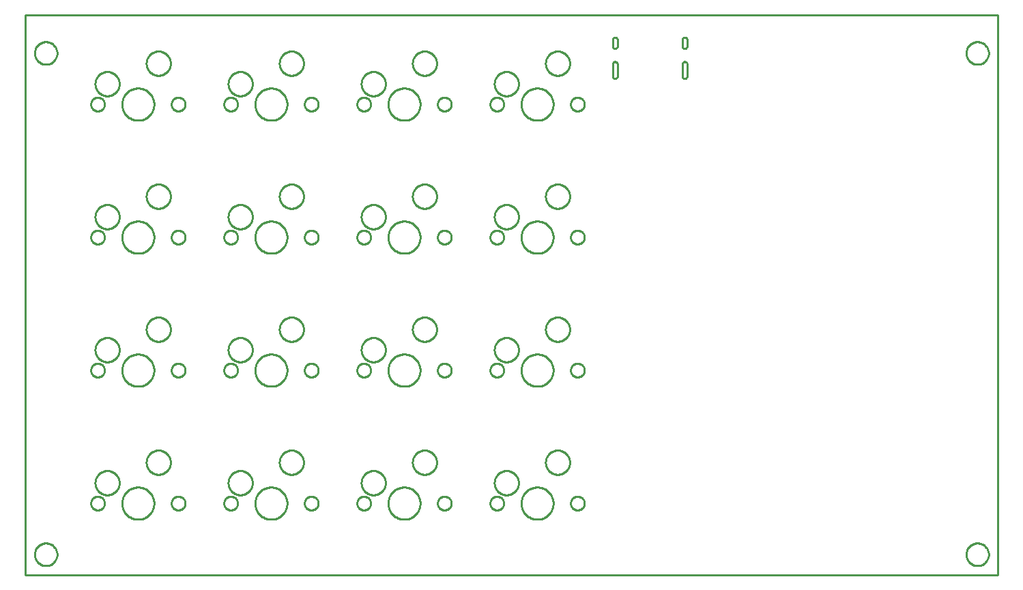
<source format=gbr>
G04 EAGLE Gerber RS-274X export*
G75*
%MOMM*%
%FSLAX34Y34*%
%LPD*%
%IN*%
%IPPOS*%
%AMOC8*
5,1,8,0,0,1.08239X$1,22.5*%
G01*
%ADD10C,0.254000*%


D10*
X0Y0D02*
X1206300Y0D01*
X1206300Y695200D01*
X0Y695200D01*
X0Y0D01*
X728450Y619100D02*
X728461Y618839D01*
X728496Y618579D01*
X728552Y618324D01*
X728631Y618074D01*
X728731Y617832D01*
X728852Y617600D01*
X728993Y617379D01*
X729152Y617172D01*
X729329Y616979D01*
X729522Y616802D01*
X729729Y616643D01*
X729950Y616502D01*
X730182Y616381D01*
X730424Y616281D01*
X730674Y616202D01*
X730929Y616146D01*
X731189Y616111D01*
X731450Y616100D01*
X731711Y616111D01*
X731971Y616146D01*
X732226Y616202D01*
X732476Y616281D01*
X732718Y616381D01*
X732950Y616502D01*
X733171Y616643D01*
X733378Y616802D01*
X733571Y616979D01*
X733748Y617172D01*
X733907Y617379D01*
X734048Y617600D01*
X734169Y617832D01*
X734269Y618074D01*
X734348Y618324D01*
X734404Y618579D01*
X734439Y618839D01*
X734450Y619100D01*
X734450Y634100D01*
X734439Y634361D01*
X734404Y634621D01*
X734348Y634876D01*
X734269Y635126D01*
X734169Y635368D01*
X734048Y635600D01*
X733907Y635821D01*
X733748Y636028D01*
X733571Y636221D01*
X733378Y636398D01*
X733171Y636557D01*
X732950Y636698D01*
X732718Y636819D01*
X732476Y636919D01*
X732226Y636998D01*
X731971Y637054D01*
X731711Y637089D01*
X731450Y637100D01*
X731189Y637089D01*
X730929Y637054D01*
X730674Y636998D01*
X730424Y636919D01*
X730182Y636819D01*
X729950Y636698D01*
X729729Y636557D01*
X729522Y636398D01*
X729329Y636221D01*
X729152Y636028D01*
X728993Y635821D01*
X728852Y635600D01*
X728731Y635368D01*
X728631Y635126D01*
X728552Y634876D01*
X728496Y634621D01*
X728461Y634361D01*
X728450Y634100D01*
X728450Y619100D01*
X814950Y619100D02*
X814961Y618839D01*
X814996Y618579D01*
X815052Y618324D01*
X815131Y618074D01*
X815231Y617832D01*
X815352Y617600D01*
X815493Y617379D01*
X815652Y617172D01*
X815829Y616979D01*
X816022Y616802D01*
X816229Y616643D01*
X816450Y616502D01*
X816682Y616381D01*
X816924Y616281D01*
X817174Y616202D01*
X817429Y616146D01*
X817689Y616111D01*
X817950Y616100D01*
X818211Y616111D01*
X818471Y616146D01*
X818726Y616202D01*
X818976Y616281D01*
X819218Y616381D01*
X819450Y616502D01*
X819671Y616643D01*
X819878Y616802D01*
X820071Y616979D01*
X820248Y617172D01*
X820407Y617379D01*
X820548Y617600D01*
X820669Y617832D01*
X820769Y618074D01*
X820848Y618324D01*
X820904Y618579D01*
X820939Y618839D01*
X820950Y619100D01*
X820950Y634100D01*
X820939Y634361D01*
X820904Y634621D01*
X820848Y634876D01*
X820769Y635126D01*
X820669Y635368D01*
X820548Y635600D01*
X820407Y635821D01*
X820248Y636028D01*
X820071Y636221D01*
X819878Y636398D01*
X819671Y636557D01*
X819450Y636698D01*
X819218Y636819D01*
X818976Y636919D01*
X818726Y636998D01*
X818471Y637054D01*
X818211Y637089D01*
X817950Y637100D01*
X817689Y637089D01*
X817429Y637054D01*
X817174Y636998D01*
X816924Y636919D01*
X816682Y636819D01*
X816450Y636698D01*
X816229Y636557D01*
X816022Y636398D01*
X815829Y636221D01*
X815652Y636028D01*
X815493Y635821D01*
X815352Y635600D01*
X815231Y635368D01*
X815131Y635126D01*
X815052Y634876D01*
X814996Y634621D01*
X814961Y634361D01*
X814950Y634100D01*
X814950Y619100D01*
X728450Y656400D02*
X728461Y656139D01*
X728496Y655879D01*
X728552Y655624D01*
X728631Y655374D01*
X728731Y655132D01*
X728852Y654900D01*
X728993Y654679D01*
X729152Y654472D01*
X729329Y654279D01*
X729522Y654102D01*
X729729Y653943D01*
X729950Y653802D01*
X730182Y653681D01*
X730424Y653581D01*
X730674Y653502D01*
X730929Y653446D01*
X731189Y653411D01*
X731450Y653400D01*
X731711Y653411D01*
X731971Y653446D01*
X732226Y653502D01*
X732476Y653581D01*
X732718Y653681D01*
X732950Y653802D01*
X733171Y653943D01*
X733378Y654102D01*
X733571Y654279D01*
X733748Y654472D01*
X733907Y654679D01*
X734048Y654900D01*
X734169Y655132D01*
X734269Y655374D01*
X734348Y655624D01*
X734404Y655879D01*
X734439Y656139D01*
X734450Y656400D01*
X734450Y664400D01*
X734439Y664661D01*
X734404Y664921D01*
X734348Y665176D01*
X734269Y665426D01*
X734169Y665668D01*
X734048Y665900D01*
X733907Y666121D01*
X733748Y666328D01*
X733571Y666521D01*
X733378Y666698D01*
X733171Y666857D01*
X732950Y666998D01*
X732718Y667119D01*
X732476Y667219D01*
X732226Y667298D01*
X731971Y667354D01*
X731711Y667389D01*
X731450Y667400D01*
X731189Y667389D01*
X730929Y667354D01*
X730674Y667298D01*
X730424Y667219D01*
X730182Y667119D01*
X729950Y666998D01*
X729729Y666857D01*
X729522Y666698D01*
X729329Y666521D01*
X729152Y666328D01*
X728993Y666121D01*
X728852Y665900D01*
X728731Y665668D01*
X728631Y665426D01*
X728552Y665176D01*
X728496Y664921D01*
X728461Y664661D01*
X728450Y664400D01*
X728450Y656400D01*
X814950Y656400D02*
X814961Y656139D01*
X814996Y655879D01*
X815052Y655624D01*
X815131Y655374D01*
X815231Y655132D01*
X815352Y654900D01*
X815493Y654679D01*
X815652Y654472D01*
X815829Y654279D01*
X816022Y654102D01*
X816229Y653943D01*
X816450Y653802D01*
X816682Y653681D01*
X816924Y653581D01*
X817174Y653502D01*
X817429Y653446D01*
X817689Y653411D01*
X817950Y653400D01*
X818211Y653411D01*
X818471Y653446D01*
X818726Y653502D01*
X818976Y653581D01*
X819218Y653681D01*
X819450Y653802D01*
X819671Y653943D01*
X819878Y654102D01*
X820071Y654279D01*
X820248Y654472D01*
X820407Y654679D01*
X820548Y654900D01*
X820669Y655132D01*
X820769Y655374D01*
X820848Y655624D01*
X820904Y655879D01*
X820939Y656139D01*
X820950Y656400D01*
X820950Y664400D01*
X820939Y664661D01*
X820904Y664921D01*
X820848Y665176D01*
X820769Y665426D01*
X820669Y665668D01*
X820548Y665900D01*
X820407Y666121D01*
X820248Y666328D01*
X820071Y666521D01*
X819878Y666698D01*
X819671Y666857D01*
X819450Y666998D01*
X819218Y667119D01*
X818976Y667219D01*
X818726Y667298D01*
X818471Y667354D01*
X818211Y667389D01*
X817950Y667400D01*
X817689Y667389D01*
X817429Y667354D01*
X817174Y667298D01*
X816924Y667219D01*
X816682Y667119D01*
X816450Y666998D01*
X816229Y666857D01*
X816022Y666698D01*
X815829Y666521D01*
X815652Y666328D01*
X815493Y666121D01*
X815352Y665900D01*
X815231Y665668D01*
X815131Y665426D01*
X815052Y665176D01*
X814996Y664921D01*
X814961Y664661D01*
X814950Y664400D01*
X814950Y656400D01*
X39400Y647200D02*
X39329Y646203D01*
X39186Y645213D01*
X38974Y644236D01*
X38692Y643276D01*
X38343Y642339D01*
X37927Y641429D01*
X37448Y640552D01*
X36907Y639710D01*
X36308Y638910D01*
X35653Y638154D01*
X34946Y637447D01*
X34190Y636792D01*
X33390Y636193D01*
X32548Y635652D01*
X31671Y635173D01*
X30761Y634757D01*
X29824Y634408D01*
X28865Y634126D01*
X27887Y633914D01*
X26898Y633771D01*
X25900Y633700D01*
X24900Y633700D01*
X23903Y633771D01*
X22913Y633914D01*
X21936Y634126D01*
X20976Y634408D01*
X20039Y634757D01*
X19129Y635173D01*
X18252Y635652D01*
X17410Y636193D01*
X16610Y636792D01*
X15854Y637447D01*
X15147Y638154D01*
X14492Y638910D01*
X13893Y639710D01*
X13352Y640552D01*
X12873Y641429D01*
X12457Y642339D01*
X12108Y643276D01*
X11826Y644236D01*
X11614Y645213D01*
X11471Y646203D01*
X11400Y647200D01*
X11400Y648200D01*
X11471Y649198D01*
X11614Y650187D01*
X11826Y651165D01*
X12108Y652124D01*
X12457Y653061D01*
X12873Y653971D01*
X13352Y654848D01*
X13893Y655690D01*
X14492Y656490D01*
X15147Y657246D01*
X15854Y657953D01*
X16610Y658608D01*
X17410Y659207D01*
X18252Y659748D01*
X19129Y660227D01*
X20039Y660643D01*
X20976Y660992D01*
X21936Y661274D01*
X22913Y661486D01*
X23903Y661629D01*
X24900Y661700D01*
X25900Y661700D01*
X26898Y661629D01*
X27887Y661486D01*
X28865Y661274D01*
X29824Y660992D01*
X30761Y660643D01*
X31671Y660227D01*
X32548Y659748D01*
X33390Y659207D01*
X34190Y658608D01*
X34946Y657953D01*
X35653Y657246D01*
X36308Y656490D01*
X36907Y655690D01*
X37448Y654848D01*
X37927Y653971D01*
X38343Y653061D01*
X38692Y652124D01*
X38974Y651165D01*
X39186Y650187D01*
X39329Y649198D01*
X39400Y648200D01*
X39400Y647200D01*
X39400Y24900D02*
X39329Y23903D01*
X39186Y22913D01*
X38974Y21936D01*
X38692Y20976D01*
X38343Y20039D01*
X37927Y19129D01*
X37448Y18252D01*
X36907Y17410D01*
X36308Y16610D01*
X35653Y15854D01*
X34946Y15147D01*
X34190Y14492D01*
X33390Y13893D01*
X32548Y13352D01*
X31671Y12873D01*
X30761Y12457D01*
X29824Y12108D01*
X28865Y11826D01*
X27887Y11614D01*
X26898Y11471D01*
X25900Y11400D01*
X24900Y11400D01*
X23903Y11471D01*
X22913Y11614D01*
X21936Y11826D01*
X20976Y12108D01*
X20039Y12457D01*
X19129Y12873D01*
X18252Y13352D01*
X17410Y13893D01*
X16610Y14492D01*
X15854Y15147D01*
X15147Y15854D01*
X14492Y16610D01*
X13893Y17410D01*
X13352Y18252D01*
X12873Y19129D01*
X12457Y20039D01*
X12108Y20976D01*
X11826Y21936D01*
X11614Y22913D01*
X11471Y23903D01*
X11400Y24900D01*
X11400Y25900D01*
X11471Y26898D01*
X11614Y27887D01*
X11826Y28865D01*
X12108Y29824D01*
X12457Y30761D01*
X12873Y31671D01*
X13352Y32548D01*
X13893Y33390D01*
X14492Y34190D01*
X15147Y34946D01*
X15854Y35653D01*
X16610Y36308D01*
X17410Y36907D01*
X18252Y37448D01*
X19129Y37927D01*
X20039Y38343D01*
X20976Y38692D01*
X21936Y38974D01*
X22913Y39186D01*
X23903Y39329D01*
X24900Y39400D01*
X25900Y39400D01*
X26898Y39329D01*
X27887Y39186D01*
X28865Y38974D01*
X29824Y38692D01*
X30761Y38343D01*
X31671Y37927D01*
X32548Y37448D01*
X33390Y36907D01*
X34190Y36308D01*
X34946Y35653D01*
X35653Y34946D01*
X36308Y34190D01*
X36907Y33390D01*
X37448Y32548D01*
X37927Y31671D01*
X38343Y30761D01*
X38692Y29824D01*
X38974Y28865D01*
X39186Y27887D01*
X39329Y26898D01*
X39400Y25900D01*
X39400Y24900D01*
X1195100Y647200D02*
X1195029Y646203D01*
X1194886Y645213D01*
X1194674Y644236D01*
X1194392Y643276D01*
X1194043Y642339D01*
X1193627Y641429D01*
X1193148Y640552D01*
X1192607Y639710D01*
X1192008Y638910D01*
X1191353Y638154D01*
X1190646Y637447D01*
X1189890Y636792D01*
X1189090Y636193D01*
X1188248Y635652D01*
X1187371Y635173D01*
X1186461Y634757D01*
X1185524Y634408D01*
X1184565Y634126D01*
X1183587Y633914D01*
X1182598Y633771D01*
X1181600Y633700D01*
X1180600Y633700D01*
X1179603Y633771D01*
X1178613Y633914D01*
X1177636Y634126D01*
X1176676Y634408D01*
X1175739Y634757D01*
X1174829Y635173D01*
X1173952Y635652D01*
X1173110Y636193D01*
X1172310Y636792D01*
X1171554Y637447D01*
X1170847Y638154D01*
X1170192Y638910D01*
X1169593Y639710D01*
X1169052Y640552D01*
X1168573Y641429D01*
X1168157Y642339D01*
X1167808Y643276D01*
X1167526Y644236D01*
X1167314Y645213D01*
X1167171Y646203D01*
X1167100Y647200D01*
X1167100Y648200D01*
X1167171Y649198D01*
X1167314Y650187D01*
X1167526Y651165D01*
X1167808Y652124D01*
X1168157Y653061D01*
X1168573Y653971D01*
X1169052Y654848D01*
X1169593Y655690D01*
X1170192Y656490D01*
X1170847Y657246D01*
X1171554Y657953D01*
X1172310Y658608D01*
X1173110Y659207D01*
X1173952Y659748D01*
X1174829Y660227D01*
X1175739Y660643D01*
X1176676Y660992D01*
X1177636Y661274D01*
X1178613Y661486D01*
X1179603Y661629D01*
X1180600Y661700D01*
X1181600Y661700D01*
X1182598Y661629D01*
X1183587Y661486D01*
X1184565Y661274D01*
X1185524Y660992D01*
X1186461Y660643D01*
X1187371Y660227D01*
X1188248Y659748D01*
X1189090Y659207D01*
X1189890Y658608D01*
X1190646Y657953D01*
X1191353Y657246D01*
X1192008Y656490D01*
X1192607Y655690D01*
X1193148Y654848D01*
X1193627Y653971D01*
X1194043Y653061D01*
X1194392Y652124D01*
X1194674Y651165D01*
X1194886Y650187D01*
X1195029Y649198D01*
X1195100Y648200D01*
X1195100Y647200D01*
X1195100Y24900D02*
X1195029Y23903D01*
X1194886Y22913D01*
X1194674Y21936D01*
X1194392Y20976D01*
X1194043Y20039D01*
X1193627Y19129D01*
X1193148Y18252D01*
X1192607Y17410D01*
X1192008Y16610D01*
X1191353Y15854D01*
X1190646Y15147D01*
X1189890Y14492D01*
X1189090Y13893D01*
X1188248Y13352D01*
X1187371Y12873D01*
X1186461Y12457D01*
X1185524Y12108D01*
X1184565Y11826D01*
X1183587Y11614D01*
X1182598Y11471D01*
X1181600Y11400D01*
X1180600Y11400D01*
X1179603Y11471D01*
X1178613Y11614D01*
X1177636Y11826D01*
X1176676Y12108D01*
X1175739Y12457D01*
X1174829Y12873D01*
X1173952Y13352D01*
X1173110Y13893D01*
X1172310Y14492D01*
X1171554Y15147D01*
X1170847Y15854D01*
X1170192Y16610D01*
X1169593Y17410D01*
X1169052Y18252D01*
X1168573Y19129D01*
X1168157Y20039D01*
X1167808Y20976D01*
X1167526Y21936D01*
X1167314Y22913D01*
X1167171Y23903D01*
X1167100Y24900D01*
X1167100Y25900D01*
X1167171Y26898D01*
X1167314Y27887D01*
X1167526Y28865D01*
X1167808Y29824D01*
X1168157Y30761D01*
X1168573Y31671D01*
X1169052Y32548D01*
X1169593Y33390D01*
X1170192Y34190D01*
X1170847Y34946D01*
X1171554Y35653D01*
X1172310Y36308D01*
X1173110Y36907D01*
X1173952Y37448D01*
X1174829Y37927D01*
X1175739Y38343D01*
X1176676Y38692D01*
X1177636Y38974D01*
X1178613Y39186D01*
X1179603Y39329D01*
X1180600Y39400D01*
X1181600Y39400D01*
X1182598Y39329D01*
X1183587Y39186D01*
X1184565Y38974D01*
X1185524Y38692D01*
X1186461Y38343D01*
X1187371Y37927D01*
X1188248Y37448D01*
X1189090Y36907D01*
X1189890Y36308D01*
X1190646Y35653D01*
X1191353Y34946D01*
X1192008Y34190D01*
X1192607Y33390D01*
X1193148Y32548D01*
X1193627Y31671D01*
X1194043Y30761D01*
X1194392Y29824D01*
X1194674Y28865D01*
X1194886Y27887D01*
X1195029Y26898D01*
X1195100Y25900D01*
X1195100Y24900D01*
X86600Y609064D02*
X86676Y607996D01*
X86829Y606935D01*
X87057Y605888D01*
X87359Y604860D01*
X87733Y603856D01*
X88178Y602881D01*
X88692Y601941D01*
X89271Y601040D01*
X89913Y600182D01*
X90615Y599372D01*
X91372Y598615D01*
X92182Y597913D01*
X93040Y597271D01*
X93941Y596692D01*
X94881Y596178D01*
X95856Y595733D01*
X96860Y595359D01*
X97888Y595057D01*
X98935Y594829D01*
X99996Y594676D01*
X101064Y594600D01*
X102136Y594600D01*
X103204Y594676D01*
X104265Y594829D01*
X105312Y595057D01*
X106340Y595359D01*
X107344Y595733D01*
X108319Y596178D01*
X109259Y596692D01*
X110160Y597271D01*
X111018Y597913D01*
X111828Y598615D01*
X112585Y599372D01*
X113287Y600182D01*
X113929Y601040D01*
X114508Y601941D01*
X115022Y602881D01*
X115467Y603856D01*
X115841Y604860D01*
X116143Y605888D01*
X116371Y606935D01*
X116524Y607996D01*
X116600Y609064D01*
X116600Y610136D01*
X116524Y611204D01*
X116371Y612265D01*
X116143Y613312D01*
X115841Y614340D01*
X115467Y615344D01*
X115022Y616319D01*
X114508Y617259D01*
X113929Y618160D01*
X113287Y619018D01*
X112585Y619828D01*
X111828Y620585D01*
X111018Y621287D01*
X110160Y621929D01*
X109259Y622508D01*
X108319Y623022D01*
X107344Y623467D01*
X106340Y623841D01*
X105312Y624143D01*
X104265Y624371D01*
X103204Y624524D01*
X102136Y624600D01*
X101064Y624600D01*
X99996Y624524D01*
X98935Y624371D01*
X97888Y624143D01*
X96860Y623841D01*
X95856Y623467D01*
X94881Y623022D01*
X93941Y622508D01*
X93040Y621929D01*
X92182Y621287D01*
X91372Y620585D01*
X90615Y619828D01*
X89913Y619018D01*
X89271Y618160D01*
X88692Y617259D01*
X88178Y616319D01*
X87733Y615344D01*
X87359Y614340D01*
X87057Y613312D01*
X86829Y612265D01*
X86676Y611204D01*
X86600Y610136D01*
X86600Y609064D01*
X150100Y634464D02*
X150176Y633396D01*
X150329Y632335D01*
X150557Y631288D01*
X150859Y630260D01*
X151233Y629256D01*
X151678Y628281D01*
X152192Y627341D01*
X152771Y626440D01*
X153413Y625582D01*
X154115Y624772D01*
X154872Y624015D01*
X155682Y623313D01*
X156540Y622671D01*
X157441Y622092D01*
X158381Y621578D01*
X159356Y621133D01*
X160360Y620759D01*
X161388Y620457D01*
X162435Y620229D01*
X163496Y620076D01*
X164564Y620000D01*
X165636Y620000D01*
X166704Y620076D01*
X167765Y620229D01*
X168812Y620457D01*
X169840Y620759D01*
X170844Y621133D01*
X171819Y621578D01*
X172759Y622092D01*
X173660Y622671D01*
X174518Y623313D01*
X175328Y624015D01*
X176085Y624772D01*
X176787Y625582D01*
X177429Y626440D01*
X178008Y627341D01*
X178522Y628281D01*
X178967Y629256D01*
X179341Y630260D01*
X179643Y631288D01*
X179871Y632335D01*
X180024Y633396D01*
X180100Y634464D01*
X180100Y635536D01*
X180024Y636604D01*
X179871Y637665D01*
X179643Y638712D01*
X179341Y639740D01*
X178967Y640744D01*
X178522Y641719D01*
X178008Y642659D01*
X177429Y643560D01*
X176787Y644418D01*
X176085Y645228D01*
X175328Y645985D01*
X174518Y646687D01*
X173660Y647329D01*
X172759Y647908D01*
X171819Y648422D01*
X170844Y648867D01*
X169840Y649241D01*
X168812Y649543D01*
X167765Y649771D01*
X166704Y649924D01*
X165636Y650000D01*
X164564Y650000D01*
X163496Y649924D01*
X162435Y649771D01*
X161388Y649543D01*
X160360Y649241D01*
X159356Y648867D01*
X158381Y648422D01*
X157441Y647908D01*
X156540Y647329D01*
X155682Y646687D01*
X154872Y645985D01*
X154115Y645228D01*
X153413Y644418D01*
X152771Y643560D01*
X152192Y642659D01*
X151678Y641719D01*
X151233Y640744D01*
X150859Y639740D01*
X150557Y638712D01*
X150329Y637665D01*
X150176Y636604D01*
X150100Y635536D01*
X150100Y634464D01*
X416800Y278864D02*
X416876Y277796D01*
X417029Y276735D01*
X417257Y275688D01*
X417559Y274660D01*
X417933Y273656D01*
X418378Y272681D01*
X418892Y271741D01*
X419471Y270840D01*
X420113Y269982D01*
X420815Y269172D01*
X421572Y268415D01*
X422382Y267713D01*
X423240Y267071D01*
X424141Y266492D01*
X425081Y265978D01*
X426056Y265533D01*
X427060Y265159D01*
X428088Y264857D01*
X429135Y264629D01*
X430196Y264476D01*
X431264Y264400D01*
X432336Y264400D01*
X433404Y264476D01*
X434465Y264629D01*
X435512Y264857D01*
X436540Y265159D01*
X437544Y265533D01*
X438519Y265978D01*
X439459Y266492D01*
X440360Y267071D01*
X441218Y267713D01*
X442028Y268415D01*
X442785Y269172D01*
X443487Y269982D01*
X444129Y270840D01*
X444708Y271741D01*
X445222Y272681D01*
X445667Y273656D01*
X446041Y274660D01*
X446343Y275688D01*
X446571Y276735D01*
X446724Y277796D01*
X446800Y278864D01*
X446800Y279936D01*
X446724Y281004D01*
X446571Y282065D01*
X446343Y283112D01*
X446041Y284140D01*
X445667Y285144D01*
X445222Y286119D01*
X444708Y287059D01*
X444129Y287960D01*
X443487Y288818D01*
X442785Y289628D01*
X442028Y290385D01*
X441218Y291087D01*
X440360Y291729D01*
X439459Y292308D01*
X438519Y292822D01*
X437544Y293267D01*
X436540Y293641D01*
X435512Y293943D01*
X434465Y294171D01*
X433404Y294324D01*
X432336Y294400D01*
X431264Y294400D01*
X430196Y294324D01*
X429135Y294171D01*
X428088Y293943D01*
X427060Y293641D01*
X426056Y293267D01*
X425081Y292822D01*
X424141Y292308D01*
X423240Y291729D01*
X422382Y291087D01*
X421572Y290385D01*
X420815Y289628D01*
X420113Y288818D01*
X419471Y287960D01*
X418892Y287059D01*
X418378Y286119D01*
X417933Y285144D01*
X417559Y284140D01*
X417257Y283112D01*
X417029Y282065D01*
X416876Y281004D01*
X416800Y279936D01*
X416800Y278864D01*
X480300Y304264D02*
X480376Y303196D01*
X480529Y302135D01*
X480757Y301088D01*
X481059Y300060D01*
X481433Y299056D01*
X481878Y298081D01*
X482392Y297141D01*
X482971Y296240D01*
X483613Y295382D01*
X484315Y294572D01*
X485072Y293815D01*
X485882Y293113D01*
X486740Y292471D01*
X487641Y291892D01*
X488581Y291378D01*
X489556Y290933D01*
X490560Y290559D01*
X491588Y290257D01*
X492635Y290029D01*
X493696Y289876D01*
X494764Y289800D01*
X495836Y289800D01*
X496904Y289876D01*
X497965Y290029D01*
X499012Y290257D01*
X500040Y290559D01*
X501044Y290933D01*
X502019Y291378D01*
X502959Y291892D01*
X503860Y292471D01*
X504718Y293113D01*
X505528Y293815D01*
X506285Y294572D01*
X506987Y295382D01*
X507629Y296240D01*
X508208Y297141D01*
X508722Y298081D01*
X509167Y299056D01*
X509541Y300060D01*
X509843Y301088D01*
X510071Y302135D01*
X510224Y303196D01*
X510300Y304264D01*
X510300Y305336D01*
X510224Y306404D01*
X510071Y307465D01*
X509843Y308512D01*
X509541Y309540D01*
X509167Y310544D01*
X508722Y311519D01*
X508208Y312459D01*
X507629Y313360D01*
X506987Y314218D01*
X506285Y315028D01*
X505528Y315785D01*
X504718Y316487D01*
X503860Y317129D01*
X502959Y317708D01*
X502019Y318222D01*
X501044Y318667D01*
X500040Y319041D01*
X499012Y319343D01*
X497965Y319571D01*
X496904Y319724D01*
X495836Y319800D01*
X494764Y319800D01*
X493696Y319724D01*
X492635Y319571D01*
X491588Y319343D01*
X490560Y319041D01*
X489556Y318667D01*
X488581Y318222D01*
X487641Y317708D01*
X486740Y317129D01*
X485882Y316487D01*
X485072Y315785D01*
X484315Y315028D01*
X483613Y314218D01*
X482971Y313360D01*
X482392Y312459D01*
X481878Y311519D01*
X481433Y310544D01*
X481059Y309540D01*
X480757Y308512D01*
X480529Y307465D01*
X480376Y306404D01*
X480300Y305336D01*
X480300Y304264D01*
X416800Y113764D02*
X416876Y112696D01*
X417029Y111635D01*
X417257Y110588D01*
X417559Y109560D01*
X417933Y108556D01*
X418378Y107581D01*
X418892Y106641D01*
X419471Y105740D01*
X420113Y104882D01*
X420815Y104072D01*
X421572Y103315D01*
X422382Y102613D01*
X423240Y101971D01*
X424141Y101392D01*
X425081Y100878D01*
X426056Y100433D01*
X427060Y100059D01*
X428088Y99757D01*
X429135Y99529D01*
X430196Y99376D01*
X431264Y99300D01*
X432336Y99300D01*
X433404Y99376D01*
X434465Y99529D01*
X435512Y99757D01*
X436540Y100059D01*
X437544Y100433D01*
X438519Y100878D01*
X439459Y101392D01*
X440360Y101971D01*
X441218Y102613D01*
X442028Y103315D01*
X442785Y104072D01*
X443487Y104882D01*
X444129Y105740D01*
X444708Y106641D01*
X445222Y107581D01*
X445667Y108556D01*
X446041Y109560D01*
X446343Y110588D01*
X446571Y111635D01*
X446724Y112696D01*
X446800Y113764D01*
X446800Y114836D01*
X446724Y115904D01*
X446571Y116965D01*
X446343Y118012D01*
X446041Y119040D01*
X445667Y120044D01*
X445222Y121019D01*
X444708Y121959D01*
X444129Y122860D01*
X443487Y123718D01*
X442785Y124528D01*
X442028Y125285D01*
X441218Y125987D01*
X440360Y126629D01*
X439459Y127208D01*
X438519Y127722D01*
X437544Y128167D01*
X436540Y128541D01*
X435512Y128843D01*
X434465Y129071D01*
X433404Y129224D01*
X432336Y129300D01*
X431264Y129300D01*
X430196Y129224D01*
X429135Y129071D01*
X428088Y128843D01*
X427060Y128541D01*
X426056Y128167D01*
X425081Y127722D01*
X424141Y127208D01*
X423240Y126629D01*
X422382Y125987D01*
X421572Y125285D01*
X420815Y124528D01*
X420113Y123718D01*
X419471Y122860D01*
X418892Y121959D01*
X418378Y121019D01*
X417933Y120044D01*
X417559Y119040D01*
X417257Y118012D01*
X417029Y116965D01*
X416876Y115904D01*
X416800Y114836D01*
X416800Y113764D01*
X480300Y139164D02*
X480376Y138096D01*
X480529Y137035D01*
X480757Y135988D01*
X481059Y134960D01*
X481433Y133956D01*
X481878Y132981D01*
X482392Y132041D01*
X482971Y131140D01*
X483613Y130282D01*
X484315Y129472D01*
X485072Y128715D01*
X485882Y128013D01*
X486740Y127371D01*
X487641Y126792D01*
X488581Y126278D01*
X489556Y125833D01*
X490560Y125459D01*
X491588Y125157D01*
X492635Y124929D01*
X493696Y124776D01*
X494764Y124700D01*
X495836Y124700D01*
X496904Y124776D01*
X497965Y124929D01*
X499012Y125157D01*
X500040Y125459D01*
X501044Y125833D01*
X502019Y126278D01*
X502959Y126792D01*
X503860Y127371D01*
X504718Y128013D01*
X505528Y128715D01*
X506285Y129472D01*
X506987Y130282D01*
X507629Y131140D01*
X508208Y132041D01*
X508722Y132981D01*
X509167Y133956D01*
X509541Y134960D01*
X509843Y135988D01*
X510071Y137035D01*
X510224Y138096D01*
X510300Y139164D01*
X510300Y140236D01*
X510224Y141304D01*
X510071Y142365D01*
X509843Y143412D01*
X509541Y144440D01*
X509167Y145444D01*
X508722Y146419D01*
X508208Y147359D01*
X507629Y148260D01*
X506987Y149118D01*
X506285Y149928D01*
X505528Y150685D01*
X504718Y151387D01*
X503860Y152029D01*
X502959Y152608D01*
X502019Y153122D01*
X501044Y153567D01*
X500040Y153941D01*
X499012Y154243D01*
X497965Y154471D01*
X496904Y154624D01*
X495836Y154700D01*
X494764Y154700D01*
X493696Y154624D01*
X492635Y154471D01*
X491588Y154243D01*
X490560Y153941D01*
X489556Y153567D01*
X488581Y153122D01*
X487641Y152608D01*
X486740Y152029D01*
X485882Y151387D01*
X485072Y150685D01*
X484315Y149928D01*
X483613Y149118D01*
X482971Y148260D01*
X482392Y147359D01*
X481878Y146419D01*
X481433Y145444D01*
X481059Y144440D01*
X480757Y143412D01*
X480529Y142365D01*
X480376Y141304D01*
X480300Y140236D01*
X480300Y139164D01*
X581900Y609064D02*
X581976Y607996D01*
X582129Y606935D01*
X582357Y605888D01*
X582659Y604860D01*
X583033Y603856D01*
X583478Y602881D01*
X583992Y601941D01*
X584571Y601040D01*
X585213Y600182D01*
X585915Y599372D01*
X586672Y598615D01*
X587482Y597913D01*
X588340Y597271D01*
X589241Y596692D01*
X590181Y596178D01*
X591156Y595733D01*
X592160Y595359D01*
X593188Y595057D01*
X594235Y594829D01*
X595296Y594676D01*
X596364Y594600D01*
X597436Y594600D01*
X598504Y594676D01*
X599565Y594829D01*
X600612Y595057D01*
X601640Y595359D01*
X602644Y595733D01*
X603619Y596178D01*
X604559Y596692D01*
X605460Y597271D01*
X606318Y597913D01*
X607128Y598615D01*
X607885Y599372D01*
X608587Y600182D01*
X609229Y601040D01*
X609808Y601941D01*
X610322Y602881D01*
X610767Y603856D01*
X611141Y604860D01*
X611443Y605888D01*
X611671Y606935D01*
X611824Y607996D01*
X611900Y609064D01*
X611900Y610136D01*
X611824Y611204D01*
X611671Y612265D01*
X611443Y613312D01*
X611141Y614340D01*
X610767Y615344D01*
X610322Y616319D01*
X609808Y617259D01*
X609229Y618160D01*
X608587Y619018D01*
X607885Y619828D01*
X607128Y620585D01*
X606318Y621287D01*
X605460Y621929D01*
X604559Y622508D01*
X603619Y623022D01*
X602644Y623467D01*
X601640Y623841D01*
X600612Y624143D01*
X599565Y624371D01*
X598504Y624524D01*
X597436Y624600D01*
X596364Y624600D01*
X595296Y624524D01*
X594235Y624371D01*
X593188Y624143D01*
X592160Y623841D01*
X591156Y623467D01*
X590181Y623022D01*
X589241Y622508D01*
X588340Y621929D01*
X587482Y621287D01*
X586672Y620585D01*
X585915Y619828D01*
X585213Y619018D01*
X584571Y618160D01*
X583992Y617259D01*
X583478Y616319D01*
X583033Y615344D01*
X582659Y614340D01*
X582357Y613312D01*
X582129Y612265D01*
X581976Y611204D01*
X581900Y610136D01*
X581900Y609064D01*
X645400Y634464D02*
X645476Y633396D01*
X645629Y632335D01*
X645857Y631288D01*
X646159Y630260D01*
X646533Y629256D01*
X646978Y628281D01*
X647492Y627341D01*
X648071Y626440D01*
X648713Y625582D01*
X649415Y624772D01*
X650172Y624015D01*
X650982Y623313D01*
X651840Y622671D01*
X652741Y622092D01*
X653681Y621578D01*
X654656Y621133D01*
X655660Y620759D01*
X656688Y620457D01*
X657735Y620229D01*
X658796Y620076D01*
X659864Y620000D01*
X660936Y620000D01*
X662004Y620076D01*
X663065Y620229D01*
X664112Y620457D01*
X665140Y620759D01*
X666144Y621133D01*
X667119Y621578D01*
X668059Y622092D01*
X668960Y622671D01*
X669818Y623313D01*
X670628Y624015D01*
X671385Y624772D01*
X672087Y625582D01*
X672729Y626440D01*
X673308Y627341D01*
X673822Y628281D01*
X674267Y629256D01*
X674641Y630260D01*
X674943Y631288D01*
X675171Y632335D01*
X675324Y633396D01*
X675400Y634464D01*
X675400Y635536D01*
X675324Y636604D01*
X675171Y637665D01*
X674943Y638712D01*
X674641Y639740D01*
X674267Y640744D01*
X673822Y641719D01*
X673308Y642659D01*
X672729Y643560D01*
X672087Y644418D01*
X671385Y645228D01*
X670628Y645985D01*
X669818Y646687D01*
X668960Y647329D01*
X668059Y647908D01*
X667119Y648422D01*
X666144Y648867D01*
X665140Y649241D01*
X664112Y649543D01*
X663065Y649771D01*
X662004Y649924D01*
X660936Y650000D01*
X659864Y650000D01*
X658796Y649924D01*
X657735Y649771D01*
X656688Y649543D01*
X655660Y649241D01*
X654656Y648867D01*
X653681Y648422D01*
X652741Y647908D01*
X651840Y647329D01*
X650982Y646687D01*
X650172Y645985D01*
X649415Y645228D01*
X648713Y644418D01*
X648071Y643560D01*
X647492Y642659D01*
X646978Y641719D01*
X646533Y640744D01*
X646159Y639740D01*
X645857Y638712D01*
X645629Y637665D01*
X645476Y636604D01*
X645400Y635536D01*
X645400Y634464D01*
X581900Y443964D02*
X581976Y442896D01*
X582129Y441835D01*
X582357Y440788D01*
X582659Y439760D01*
X583033Y438756D01*
X583478Y437781D01*
X583992Y436841D01*
X584571Y435940D01*
X585213Y435082D01*
X585915Y434272D01*
X586672Y433515D01*
X587482Y432813D01*
X588340Y432171D01*
X589241Y431592D01*
X590181Y431078D01*
X591156Y430633D01*
X592160Y430259D01*
X593188Y429957D01*
X594235Y429729D01*
X595296Y429576D01*
X596364Y429500D01*
X597436Y429500D01*
X598504Y429576D01*
X599565Y429729D01*
X600612Y429957D01*
X601640Y430259D01*
X602644Y430633D01*
X603619Y431078D01*
X604559Y431592D01*
X605460Y432171D01*
X606318Y432813D01*
X607128Y433515D01*
X607885Y434272D01*
X608587Y435082D01*
X609229Y435940D01*
X609808Y436841D01*
X610322Y437781D01*
X610767Y438756D01*
X611141Y439760D01*
X611443Y440788D01*
X611671Y441835D01*
X611824Y442896D01*
X611900Y443964D01*
X611900Y445036D01*
X611824Y446104D01*
X611671Y447165D01*
X611443Y448212D01*
X611141Y449240D01*
X610767Y450244D01*
X610322Y451219D01*
X609808Y452159D01*
X609229Y453060D01*
X608587Y453918D01*
X607885Y454728D01*
X607128Y455485D01*
X606318Y456187D01*
X605460Y456829D01*
X604559Y457408D01*
X603619Y457922D01*
X602644Y458367D01*
X601640Y458741D01*
X600612Y459043D01*
X599565Y459271D01*
X598504Y459424D01*
X597436Y459500D01*
X596364Y459500D01*
X595296Y459424D01*
X594235Y459271D01*
X593188Y459043D01*
X592160Y458741D01*
X591156Y458367D01*
X590181Y457922D01*
X589241Y457408D01*
X588340Y456829D01*
X587482Y456187D01*
X586672Y455485D01*
X585915Y454728D01*
X585213Y453918D01*
X584571Y453060D01*
X583992Y452159D01*
X583478Y451219D01*
X583033Y450244D01*
X582659Y449240D01*
X582357Y448212D01*
X582129Y447165D01*
X581976Y446104D01*
X581900Y445036D01*
X581900Y443964D01*
X645400Y469364D02*
X645476Y468296D01*
X645629Y467235D01*
X645857Y466188D01*
X646159Y465160D01*
X646533Y464156D01*
X646978Y463181D01*
X647492Y462241D01*
X648071Y461340D01*
X648713Y460482D01*
X649415Y459672D01*
X650172Y458915D01*
X650982Y458213D01*
X651840Y457571D01*
X652741Y456992D01*
X653681Y456478D01*
X654656Y456033D01*
X655660Y455659D01*
X656688Y455357D01*
X657735Y455129D01*
X658796Y454976D01*
X659864Y454900D01*
X660936Y454900D01*
X662004Y454976D01*
X663065Y455129D01*
X664112Y455357D01*
X665140Y455659D01*
X666144Y456033D01*
X667119Y456478D01*
X668059Y456992D01*
X668960Y457571D01*
X669818Y458213D01*
X670628Y458915D01*
X671385Y459672D01*
X672087Y460482D01*
X672729Y461340D01*
X673308Y462241D01*
X673822Y463181D01*
X674267Y464156D01*
X674641Y465160D01*
X674943Y466188D01*
X675171Y467235D01*
X675324Y468296D01*
X675400Y469364D01*
X675400Y470436D01*
X675324Y471504D01*
X675171Y472565D01*
X674943Y473612D01*
X674641Y474640D01*
X674267Y475644D01*
X673822Y476619D01*
X673308Y477559D01*
X672729Y478460D01*
X672087Y479318D01*
X671385Y480128D01*
X670628Y480885D01*
X669818Y481587D01*
X668960Y482229D01*
X668059Y482808D01*
X667119Y483322D01*
X666144Y483767D01*
X665140Y484141D01*
X664112Y484443D01*
X663065Y484671D01*
X662004Y484824D01*
X660936Y484900D01*
X659864Y484900D01*
X658796Y484824D01*
X657735Y484671D01*
X656688Y484443D01*
X655660Y484141D01*
X654656Y483767D01*
X653681Y483322D01*
X652741Y482808D01*
X651840Y482229D01*
X650982Y481587D01*
X650172Y480885D01*
X649415Y480128D01*
X648713Y479318D01*
X648071Y478460D01*
X647492Y477559D01*
X646978Y476619D01*
X646533Y475644D01*
X646159Y474640D01*
X645857Y473612D01*
X645629Y472565D01*
X645476Y471504D01*
X645400Y470436D01*
X645400Y469364D01*
X581900Y278864D02*
X581976Y277796D01*
X582129Y276735D01*
X582357Y275688D01*
X582659Y274660D01*
X583033Y273656D01*
X583478Y272681D01*
X583992Y271741D01*
X584571Y270840D01*
X585213Y269982D01*
X585915Y269172D01*
X586672Y268415D01*
X587482Y267713D01*
X588340Y267071D01*
X589241Y266492D01*
X590181Y265978D01*
X591156Y265533D01*
X592160Y265159D01*
X593188Y264857D01*
X594235Y264629D01*
X595296Y264476D01*
X596364Y264400D01*
X597436Y264400D01*
X598504Y264476D01*
X599565Y264629D01*
X600612Y264857D01*
X601640Y265159D01*
X602644Y265533D01*
X603619Y265978D01*
X604559Y266492D01*
X605460Y267071D01*
X606318Y267713D01*
X607128Y268415D01*
X607885Y269172D01*
X608587Y269982D01*
X609229Y270840D01*
X609808Y271741D01*
X610322Y272681D01*
X610767Y273656D01*
X611141Y274660D01*
X611443Y275688D01*
X611671Y276735D01*
X611824Y277796D01*
X611900Y278864D01*
X611900Y279936D01*
X611824Y281004D01*
X611671Y282065D01*
X611443Y283112D01*
X611141Y284140D01*
X610767Y285144D01*
X610322Y286119D01*
X609808Y287059D01*
X609229Y287960D01*
X608587Y288818D01*
X607885Y289628D01*
X607128Y290385D01*
X606318Y291087D01*
X605460Y291729D01*
X604559Y292308D01*
X603619Y292822D01*
X602644Y293267D01*
X601640Y293641D01*
X600612Y293943D01*
X599565Y294171D01*
X598504Y294324D01*
X597436Y294400D01*
X596364Y294400D01*
X595296Y294324D01*
X594235Y294171D01*
X593188Y293943D01*
X592160Y293641D01*
X591156Y293267D01*
X590181Y292822D01*
X589241Y292308D01*
X588340Y291729D01*
X587482Y291087D01*
X586672Y290385D01*
X585915Y289628D01*
X585213Y288818D01*
X584571Y287960D01*
X583992Y287059D01*
X583478Y286119D01*
X583033Y285144D01*
X582659Y284140D01*
X582357Y283112D01*
X582129Y282065D01*
X581976Y281004D01*
X581900Y279936D01*
X581900Y278864D01*
X645400Y304264D02*
X645476Y303196D01*
X645629Y302135D01*
X645857Y301088D01*
X646159Y300060D01*
X646533Y299056D01*
X646978Y298081D01*
X647492Y297141D01*
X648071Y296240D01*
X648713Y295382D01*
X649415Y294572D01*
X650172Y293815D01*
X650982Y293113D01*
X651840Y292471D01*
X652741Y291892D01*
X653681Y291378D01*
X654656Y290933D01*
X655660Y290559D01*
X656688Y290257D01*
X657735Y290029D01*
X658796Y289876D01*
X659864Y289800D01*
X660936Y289800D01*
X662004Y289876D01*
X663065Y290029D01*
X664112Y290257D01*
X665140Y290559D01*
X666144Y290933D01*
X667119Y291378D01*
X668059Y291892D01*
X668960Y292471D01*
X669818Y293113D01*
X670628Y293815D01*
X671385Y294572D01*
X672087Y295382D01*
X672729Y296240D01*
X673308Y297141D01*
X673822Y298081D01*
X674267Y299056D01*
X674641Y300060D01*
X674943Y301088D01*
X675171Y302135D01*
X675324Y303196D01*
X675400Y304264D01*
X675400Y305336D01*
X675324Y306404D01*
X675171Y307465D01*
X674943Y308512D01*
X674641Y309540D01*
X674267Y310544D01*
X673822Y311519D01*
X673308Y312459D01*
X672729Y313360D01*
X672087Y314218D01*
X671385Y315028D01*
X670628Y315785D01*
X669818Y316487D01*
X668960Y317129D01*
X668059Y317708D01*
X667119Y318222D01*
X666144Y318667D01*
X665140Y319041D01*
X664112Y319343D01*
X663065Y319571D01*
X662004Y319724D01*
X660936Y319800D01*
X659864Y319800D01*
X658796Y319724D01*
X657735Y319571D01*
X656688Y319343D01*
X655660Y319041D01*
X654656Y318667D01*
X653681Y318222D01*
X652741Y317708D01*
X651840Y317129D01*
X650982Y316487D01*
X650172Y315785D01*
X649415Y315028D01*
X648713Y314218D01*
X648071Y313360D01*
X647492Y312459D01*
X646978Y311519D01*
X646533Y310544D01*
X646159Y309540D01*
X645857Y308512D01*
X645629Y307465D01*
X645476Y306404D01*
X645400Y305336D01*
X645400Y304264D01*
X581900Y113764D02*
X581976Y112696D01*
X582129Y111635D01*
X582357Y110588D01*
X582659Y109560D01*
X583033Y108556D01*
X583478Y107581D01*
X583992Y106641D01*
X584571Y105740D01*
X585213Y104882D01*
X585915Y104072D01*
X586672Y103315D01*
X587482Y102613D01*
X588340Y101971D01*
X589241Y101392D01*
X590181Y100878D01*
X591156Y100433D01*
X592160Y100059D01*
X593188Y99757D01*
X594235Y99529D01*
X595296Y99376D01*
X596364Y99300D01*
X597436Y99300D01*
X598504Y99376D01*
X599565Y99529D01*
X600612Y99757D01*
X601640Y100059D01*
X602644Y100433D01*
X603619Y100878D01*
X604559Y101392D01*
X605460Y101971D01*
X606318Y102613D01*
X607128Y103315D01*
X607885Y104072D01*
X608587Y104882D01*
X609229Y105740D01*
X609808Y106641D01*
X610322Y107581D01*
X610767Y108556D01*
X611141Y109560D01*
X611443Y110588D01*
X611671Y111635D01*
X611824Y112696D01*
X611900Y113764D01*
X611900Y114836D01*
X611824Y115904D01*
X611671Y116965D01*
X611443Y118012D01*
X611141Y119040D01*
X610767Y120044D01*
X610322Y121019D01*
X609808Y121959D01*
X609229Y122860D01*
X608587Y123718D01*
X607885Y124528D01*
X607128Y125285D01*
X606318Y125987D01*
X605460Y126629D01*
X604559Y127208D01*
X603619Y127722D01*
X602644Y128167D01*
X601640Y128541D01*
X600612Y128843D01*
X599565Y129071D01*
X598504Y129224D01*
X597436Y129300D01*
X596364Y129300D01*
X595296Y129224D01*
X594235Y129071D01*
X593188Y128843D01*
X592160Y128541D01*
X591156Y128167D01*
X590181Y127722D01*
X589241Y127208D01*
X588340Y126629D01*
X587482Y125987D01*
X586672Y125285D01*
X585915Y124528D01*
X585213Y123718D01*
X584571Y122860D01*
X583992Y121959D01*
X583478Y121019D01*
X583033Y120044D01*
X582659Y119040D01*
X582357Y118012D01*
X582129Y116965D01*
X581976Y115904D01*
X581900Y114836D01*
X581900Y113764D01*
X645400Y139164D02*
X645476Y138096D01*
X645629Y137035D01*
X645857Y135988D01*
X646159Y134960D01*
X646533Y133956D01*
X646978Y132981D01*
X647492Y132041D01*
X648071Y131140D01*
X648713Y130282D01*
X649415Y129472D01*
X650172Y128715D01*
X650982Y128013D01*
X651840Y127371D01*
X652741Y126792D01*
X653681Y126278D01*
X654656Y125833D01*
X655660Y125459D01*
X656688Y125157D01*
X657735Y124929D01*
X658796Y124776D01*
X659864Y124700D01*
X660936Y124700D01*
X662004Y124776D01*
X663065Y124929D01*
X664112Y125157D01*
X665140Y125459D01*
X666144Y125833D01*
X667119Y126278D01*
X668059Y126792D01*
X668960Y127371D01*
X669818Y128013D01*
X670628Y128715D01*
X671385Y129472D01*
X672087Y130282D01*
X672729Y131140D01*
X673308Y132041D01*
X673822Y132981D01*
X674267Y133956D01*
X674641Y134960D01*
X674943Y135988D01*
X675171Y137035D01*
X675324Y138096D01*
X675400Y139164D01*
X675400Y140236D01*
X675324Y141304D01*
X675171Y142365D01*
X674943Y143412D01*
X674641Y144440D01*
X674267Y145444D01*
X673822Y146419D01*
X673308Y147359D01*
X672729Y148260D01*
X672087Y149118D01*
X671385Y149928D01*
X670628Y150685D01*
X669818Y151387D01*
X668960Y152029D01*
X668059Y152608D01*
X667119Y153122D01*
X666144Y153567D01*
X665140Y153941D01*
X664112Y154243D01*
X663065Y154471D01*
X662004Y154624D01*
X660936Y154700D01*
X659864Y154700D01*
X658796Y154624D01*
X657735Y154471D01*
X656688Y154243D01*
X655660Y153941D01*
X654656Y153567D01*
X653681Y153122D01*
X652741Y152608D01*
X651840Y152029D01*
X650982Y151387D01*
X650172Y150685D01*
X649415Y149928D01*
X648713Y149118D01*
X648071Y148260D01*
X647492Y147359D01*
X646978Y146419D01*
X646533Y145444D01*
X646159Y144440D01*
X645857Y143412D01*
X645629Y142365D01*
X645476Y141304D01*
X645400Y140236D01*
X645400Y139164D01*
X86600Y443964D02*
X86676Y442896D01*
X86829Y441835D01*
X87057Y440788D01*
X87359Y439760D01*
X87733Y438756D01*
X88178Y437781D01*
X88692Y436841D01*
X89271Y435940D01*
X89913Y435082D01*
X90615Y434272D01*
X91372Y433515D01*
X92182Y432813D01*
X93040Y432171D01*
X93941Y431592D01*
X94881Y431078D01*
X95856Y430633D01*
X96860Y430259D01*
X97888Y429957D01*
X98935Y429729D01*
X99996Y429576D01*
X101064Y429500D01*
X102136Y429500D01*
X103204Y429576D01*
X104265Y429729D01*
X105312Y429957D01*
X106340Y430259D01*
X107344Y430633D01*
X108319Y431078D01*
X109259Y431592D01*
X110160Y432171D01*
X111018Y432813D01*
X111828Y433515D01*
X112585Y434272D01*
X113287Y435082D01*
X113929Y435940D01*
X114508Y436841D01*
X115022Y437781D01*
X115467Y438756D01*
X115841Y439760D01*
X116143Y440788D01*
X116371Y441835D01*
X116524Y442896D01*
X116600Y443964D01*
X116600Y445036D01*
X116524Y446104D01*
X116371Y447165D01*
X116143Y448212D01*
X115841Y449240D01*
X115467Y450244D01*
X115022Y451219D01*
X114508Y452159D01*
X113929Y453060D01*
X113287Y453918D01*
X112585Y454728D01*
X111828Y455485D01*
X111018Y456187D01*
X110160Y456829D01*
X109259Y457408D01*
X108319Y457922D01*
X107344Y458367D01*
X106340Y458741D01*
X105312Y459043D01*
X104265Y459271D01*
X103204Y459424D01*
X102136Y459500D01*
X101064Y459500D01*
X99996Y459424D01*
X98935Y459271D01*
X97888Y459043D01*
X96860Y458741D01*
X95856Y458367D01*
X94881Y457922D01*
X93941Y457408D01*
X93040Y456829D01*
X92182Y456187D01*
X91372Y455485D01*
X90615Y454728D01*
X89913Y453918D01*
X89271Y453060D01*
X88692Y452159D01*
X88178Y451219D01*
X87733Y450244D01*
X87359Y449240D01*
X87057Y448212D01*
X86829Y447165D01*
X86676Y446104D01*
X86600Y445036D01*
X86600Y443964D01*
X150100Y469364D02*
X150176Y468296D01*
X150329Y467235D01*
X150557Y466188D01*
X150859Y465160D01*
X151233Y464156D01*
X151678Y463181D01*
X152192Y462241D01*
X152771Y461340D01*
X153413Y460482D01*
X154115Y459672D01*
X154872Y458915D01*
X155682Y458213D01*
X156540Y457571D01*
X157441Y456992D01*
X158381Y456478D01*
X159356Y456033D01*
X160360Y455659D01*
X161388Y455357D01*
X162435Y455129D01*
X163496Y454976D01*
X164564Y454900D01*
X165636Y454900D01*
X166704Y454976D01*
X167765Y455129D01*
X168812Y455357D01*
X169840Y455659D01*
X170844Y456033D01*
X171819Y456478D01*
X172759Y456992D01*
X173660Y457571D01*
X174518Y458213D01*
X175328Y458915D01*
X176085Y459672D01*
X176787Y460482D01*
X177429Y461340D01*
X178008Y462241D01*
X178522Y463181D01*
X178967Y464156D01*
X179341Y465160D01*
X179643Y466188D01*
X179871Y467235D01*
X180024Y468296D01*
X180100Y469364D01*
X180100Y470436D01*
X180024Y471504D01*
X179871Y472565D01*
X179643Y473612D01*
X179341Y474640D01*
X178967Y475644D01*
X178522Y476619D01*
X178008Y477559D01*
X177429Y478460D01*
X176787Y479318D01*
X176085Y480128D01*
X175328Y480885D01*
X174518Y481587D01*
X173660Y482229D01*
X172759Y482808D01*
X171819Y483322D01*
X170844Y483767D01*
X169840Y484141D01*
X168812Y484443D01*
X167765Y484671D01*
X166704Y484824D01*
X165636Y484900D01*
X164564Y484900D01*
X163496Y484824D01*
X162435Y484671D01*
X161388Y484443D01*
X160360Y484141D01*
X159356Y483767D01*
X158381Y483322D01*
X157441Y482808D01*
X156540Y482229D01*
X155682Y481587D01*
X154872Y480885D01*
X154115Y480128D01*
X153413Y479318D01*
X152771Y478460D01*
X152192Y477559D01*
X151678Y476619D01*
X151233Y475644D01*
X150859Y474640D01*
X150557Y473612D01*
X150329Y472565D01*
X150176Y471504D01*
X150100Y470436D01*
X150100Y469364D01*
X86600Y278864D02*
X86676Y277796D01*
X86829Y276735D01*
X87057Y275688D01*
X87359Y274660D01*
X87733Y273656D01*
X88178Y272681D01*
X88692Y271741D01*
X89271Y270840D01*
X89913Y269982D01*
X90615Y269172D01*
X91372Y268415D01*
X92182Y267713D01*
X93040Y267071D01*
X93941Y266492D01*
X94881Y265978D01*
X95856Y265533D01*
X96860Y265159D01*
X97888Y264857D01*
X98935Y264629D01*
X99996Y264476D01*
X101064Y264400D01*
X102136Y264400D01*
X103204Y264476D01*
X104265Y264629D01*
X105312Y264857D01*
X106340Y265159D01*
X107344Y265533D01*
X108319Y265978D01*
X109259Y266492D01*
X110160Y267071D01*
X111018Y267713D01*
X111828Y268415D01*
X112585Y269172D01*
X113287Y269982D01*
X113929Y270840D01*
X114508Y271741D01*
X115022Y272681D01*
X115467Y273656D01*
X115841Y274660D01*
X116143Y275688D01*
X116371Y276735D01*
X116524Y277796D01*
X116600Y278864D01*
X116600Y279936D01*
X116524Y281004D01*
X116371Y282065D01*
X116143Y283112D01*
X115841Y284140D01*
X115467Y285144D01*
X115022Y286119D01*
X114508Y287059D01*
X113929Y287960D01*
X113287Y288818D01*
X112585Y289628D01*
X111828Y290385D01*
X111018Y291087D01*
X110160Y291729D01*
X109259Y292308D01*
X108319Y292822D01*
X107344Y293267D01*
X106340Y293641D01*
X105312Y293943D01*
X104265Y294171D01*
X103204Y294324D01*
X102136Y294400D01*
X101064Y294400D01*
X99996Y294324D01*
X98935Y294171D01*
X97888Y293943D01*
X96860Y293641D01*
X95856Y293267D01*
X94881Y292822D01*
X93941Y292308D01*
X93040Y291729D01*
X92182Y291087D01*
X91372Y290385D01*
X90615Y289628D01*
X89913Y288818D01*
X89271Y287960D01*
X88692Y287059D01*
X88178Y286119D01*
X87733Y285144D01*
X87359Y284140D01*
X87057Y283112D01*
X86829Y282065D01*
X86676Y281004D01*
X86600Y279936D01*
X86600Y278864D01*
X150100Y304264D02*
X150176Y303196D01*
X150329Y302135D01*
X150557Y301088D01*
X150859Y300060D01*
X151233Y299056D01*
X151678Y298081D01*
X152192Y297141D01*
X152771Y296240D01*
X153413Y295382D01*
X154115Y294572D01*
X154872Y293815D01*
X155682Y293113D01*
X156540Y292471D01*
X157441Y291892D01*
X158381Y291378D01*
X159356Y290933D01*
X160360Y290559D01*
X161388Y290257D01*
X162435Y290029D01*
X163496Y289876D01*
X164564Y289800D01*
X165636Y289800D01*
X166704Y289876D01*
X167765Y290029D01*
X168812Y290257D01*
X169840Y290559D01*
X170844Y290933D01*
X171819Y291378D01*
X172759Y291892D01*
X173660Y292471D01*
X174518Y293113D01*
X175328Y293815D01*
X176085Y294572D01*
X176787Y295382D01*
X177429Y296240D01*
X178008Y297141D01*
X178522Y298081D01*
X178967Y299056D01*
X179341Y300060D01*
X179643Y301088D01*
X179871Y302135D01*
X180024Y303196D01*
X180100Y304264D01*
X180100Y305336D01*
X180024Y306404D01*
X179871Y307465D01*
X179643Y308512D01*
X179341Y309540D01*
X178967Y310544D01*
X178522Y311519D01*
X178008Y312459D01*
X177429Y313360D01*
X176787Y314218D01*
X176085Y315028D01*
X175328Y315785D01*
X174518Y316487D01*
X173660Y317129D01*
X172759Y317708D01*
X171819Y318222D01*
X170844Y318667D01*
X169840Y319041D01*
X168812Y319343D01*
X167765Y319571D01*
X166704Y319724D01*
X165636Y319800D01*
X164564Y319800D01*
X163496Y319724D01*
X162435Y319571D01*
X161388Y319343D01*
X160360Y319041D01*
X159356Y318667D01*
X158381Y318222D01*
X157441Y317708D01*
X156540Y317129D01*
X155682Y316487D01*
X154872Y315785D01*
X154115Y315028D01*
X153413Y314218D01*
X152771Y313360D01*
X152192Y312459D01*
X151678Y311519D01*
X151233Y310544D01*
X150859Y309540D01*
X150557Y308512D01*
X150329Y307465D01*
X150176Y306404D01*
X150100Y305336D01*
X150100Y304264D01*
X251700Y609064D02*
X251776Y607996D01*
X251929Y606935D01*
X252157Y605888D01*
X252459Y604860D01*
X252833Y603856D01*
X253278Y602881D01*
X253792Y601941D01*
X254371Y601040D01*
X255013Y600182D01*
X255715Y599372D01*
X256472Y598615D01*
X257282Y597913D01*
X258140Y597271D01*
X259041Y596692D01*
X259981Y596178D01*
X260956Y595733D01*
X261960Y595359D01*
X262988Y595057D01*
X264035Y594829D01*
X265096Y594676D01*
X266164Y594600D01*
X267236Y594600D01*
X268304Y594676D01*
X269365Y594829D01*
X270412Y595057D01*
X271440Y595359D01*
X272444Y595733D01*
X273419Y596178D01*
X274359Y596692D01*
X275260Y597271D01*
X276118Y597913D01*
X276928Y598615D01*
X277685Y599372D01*
X278387Y600182D01*
X279029Y601040D01*
X279608Y601941D01*
X280122Y602881D01*
X280567Y603856D01*
X280941Y604860D01*
X281243Y605888D01*
X281471Y606935D01*
X281624Y607996D01*
X281700Y609064D01*
X281700Y610136D01*
X281624Y611204D01*
X281471Y612265D01*
X281243Y613312D01*
X280941Y614340D01*
X280567Y615344D01*
X280122Y616319D01*
X279608Y617259D01*
X279029Y618160D01*
X278387Y619018D01*
X277685Y619828D01*
X276928Y620585D01*
X276118Y621287D01*
X275260Y621929D01*
X274359Y622508D01*
X273419Y623022D01*
X272444Y623467D01*
X271440Y623841D01*
X270412Y624143D01*
X269365Y624371D01*
X268304Y624524D01*
X267236Y624600D01*
X266164Y624600D01*
X265096Y624524D01*
X264035Y624371D01*
X262988Y624143D01*
X261960Y623841D01*
X260956Y623467D01*
X259981Y623022D01*
X259041Y622508D01*
X258140Y621929D01*
X257282Y621287D01*
X256472Y620585D01*
X255715Y619828D01*
X255013Y619018D01*
X254371Y618160D01*
X253792Y617259D01*
X253278Y616319D01*
X252833Y615344D01*
X252459Y614340D01*
X252157Y613312D01*
X251929Y612265D01*
X251776Y611204D01*
X251700Y610136D01*
X251700Y609064D01*
X315200Y634464D02*
X315276Y633396D01*
X315429Y632335D01*
X315657Y631288D01*
X315959Y630260D01*
X316333Y629256D01*
X316778Y628281D01*
X317292Y627341D01*
X317871Y626440D01*
X318513Y625582D01*
X319215Y624772D01*
X319972Y624015D01*
X320782Y623313D01*
X321640Y622671D01*
X322541Y622092D01*
X323481Y621578D01*
X324456Y621133D01*
X325460Y620759D01*
X326488Y620457D01*
X327535Y620229D01*
X328596Y620076D01*
X329664Y620000D01*
X330736Y620000D01*
X331804Y620076D01*
X332865Y620229D01*
X333912Y620457D01*
X334940Y620759D01*
X335944Y621133D01*
X336919Y621578D01*
X337859Y622092D01*
X338760Y622671D01*
X339618Y623313D01*
X340428Y624015D01*
X341185Y624772D01*
X341887Y625582D01*
X342529Y626440D01*
X343108Y627341D01*
X343622Y628281D01*
X344067Y629256D01*
X344441Y630260D01*
X344743Y631288D01*
X344971Y632335D01*
X345124Y633396D01*
X345200Y634464D01*
X345200Y635536D01*
X345124Y636604D01*
X344971Y637665D01*
X344743Y638712D01*
X344441Y639740D01*
X344067Y640744D01*
X343622Y641719D01*
X343108Y642659D01*
X342529Y643560D01*
X341887Y644418D01*
X341185Y645228D01*
X340428Y645985D01*
X339618Y646687D01*
X338760Y647329D01*
X337859Y647908D01*
X336919Y648422D01*
X335944Y648867D01*
X334940Y649241D01*
X333912Y649543D01*
X332865Y649771D01*
X331804Y649924D01*
X330736Y650000D01*
X329664Y650000D01*
X328596Y649924D01*
X327535Y649771D01*
X326488Y649543D01*
X325460Y649241D01*
X324456Y648867D01*
X323481Y648422D01*
X322541Y647908D01*
X321640Y647329D01*
X320782Y646687D01*
X319972Y645985D01*
X319215Y645228D01*
X318513Y644418D01*
X317871Y643560D01*
X317292Y642659D01*
X316778Y641719D01*
X316333Y640744D01*
X315959Y639740D01*
X315657Y638712D01*
X315429Y637665D01*
X315276Y636604D01*
X315200Y635536D01*
X315200Y634464D01*
X251700Y443964D02*
X251776Y442896D01*
X251929Y441835D01*
X252157Y440788D01*
X252459Y439760D01*
X252833Y438756D01*
X253278Y437781D01*
X253792Y436841D01*
X254371Y435940D01*
X255013Y435082D01*
X255715Y434272D01*
X256472Y433515D01*
X257282Y432813D01*
X258140Y432171D01*
X259041Y431592D01*
X259981Y431078D01*
X260956Y430633D01*
X261960Y430259D01*
X262988Y429957D01*
X264035Y429729D01*
X265096Y429576D01*
X266164Y429500D01*
X267236Y429500D01*
X268304Y429576D01*
X269365Y429729D01*
X270412Y429957D01*
X271440Y430259D01*
X272444Y430633D01*
X273419Y431078D01*
X274359Y431592D01*
X275260Y432171D01*
X276118Y432813D01*
X276928Y433515D01*
X277685Y434272D01*
X278387Y435082D01*
X279029Y435940D01*
X279608Y436841D01*
X280122Y437781D01*
X280567Y438756D01*
X280941Y439760D01*
X281243Y440788D01*
X281471Y441835D01*
X281624Y442896D01*
X281700Y443964D01*
X281700Y445036D01*
X281624Y446104D01*
X281471Y447165D01*
X281243Y448212D01*
X280941Y449240D01*
X280567Y450244D01*
X280122Y451219D01*
X279608Y452159D01*
X279029Y453060D01*
X278387Y453918D01*
X277685Y454728D01*
X276928Y455485D01*
X276118Y456187D01*
X275260Y456829D01*
X274359Y457408D01*
X273419Y457922D01*
X272444Y458367D01*
X271440Y458741D01*
X270412Y459043D01*
X269365Y459271D01*
X268304Y459424D01*
X267236Y459500D01*
X266164Y459500D01*
X265096Y459424D01*
X264035Y459271D01*
X262988Y459043D01*
X261960Y458741D01*
X260956Y458367D01*
X259981Y457922D01*
X259041Y457408D01*
X258140Y456829D01*
X257282Y456187D01*
X256472Y455485D01*
X255715Y454728D01*
X255013Y453918D01*
X254371Y453060D01*
X253792Y452159D01*
X253278Y451219D01*
X252833Y450244D01*
X252459Y449240D01*
X252157Y448212D01*
X251929Y447165D01*
X251776Y446104D01*
X251700Y445036D01*
X251700Y443964D01*
X315200Y469364D02*
X315276Y468296D01*
X315429Y467235D01*
X315657Y466188D01*
X315959Y465160D01*
X316333Y464156D01*
X316778Y463181D01*
X317292Y462241D01*
X317871Y461340D01*
X318513Y460482D01*
X319215Y459672D01*
X319972Y458915D01*
X320782Y458213D01*
X321640Y457571D01*
X322541Y456992D01*
X323481Y456478D01*
X324456Y456033D01*
X325460Y455659D01*
X326488Y455357D01*
X327535Y455129D01*
X328596Y454976D01*
X329664Y454900D01*
X330736Y454900D01*
X331804Y454976D01*
X332865Y455129D01*
X333912Y455357D01*
X334940Y455659D01*
X335944Y456033D01*
X336919Y456478D01*
X337859Y456992D01*
X338760Y457571D01*
X339618Y458213D01*
X340428Y458915D01*
X341185Y459672D01*
X341887Y460482D01*
X342529Y461340D01*
X343108Y462241D01*
X343622Y463181D01*
X344067Y464156D01*
X344441Y465160D01*
X344743Y466188D01*
X344971Y467235D01*
X345124Y468296D01*
X345200Y469364D01*
X345200Y470436D01*
X345124Y471504D01*
X344971Y472565D01*
X344743Y473612D01*
X344441Y474640D01*
X344067Y475644D01*
X343622Y476619D01*
X343108Y477559D01*
X342529Y478460D01*
X341887Y479318D01*
X341185Y480128D01*
X340428Y480885D01*
X339618Y481587D01*
X338760Y482229D01*
X337859Y482808D01*
X336919Y483322D01*
X335944Y483767D01*
X334940Y484141D01*
X333912Y484443D01*
X332865Y484671D01*
X331804Y484824D01*
X330736Y484900D01*
X329664Y484900D01*
X328596Y484824D01*
X327535Y484671D01*
X326488Y484443D01*
X325460Y484141D01*
X324456Y483767D01*
X323481Y483322D01*
X322541Y482808D01*
X321640Y482229D01*
X320782Y481587D01*
X319972Y480885D01*
X319215Y480128D01*
X318513Y479318D01*
X317871Y478460D01*
X317292Y477559D01*
X316778Y476619D01*
X316333Y475644D01*
X315959Y474640D01*
X315657Y473612D01*
X315429Y472565D01*
X315276Y471504D01*
X315200Y470436D01*
X315200Y469364D01*
X86600Y113764D02*
X86676Y112696D01*
X86829Y111635D01*
X87057Y110588D01*
X87359Y109560D01*
X87733Y108556D01*
X88178Y107581D01*
X88692Y106641D01*
X89271Y105740D01*
X89913Y104882D01*
X90615Y104072D01*
X91372Y103315D01*
X92182Y102613D01*
X93040Y101971D01*
X93941Y101392D01*
X94881Y100878D01*
X95856Y100433D01*
X96860Y100059D01*
X97888Y99757D01*
X98935Y99529D01*
X99996Y99376D01*
X101064Y99300D01*
X102136Y99300D01*
X103204Y99376D01*
X104265Y99529D01*
X105312Y99757D01*
X106340Y100059D01*
X107344Y100433D01*
X108319Y100878D01*
X109259Y101392D01*
X110160Y101971D01*
X111018Y102613D01*
X111828Y103315D01*
X112585Y104072D01*
X113287Y104882D01*
X113929Y105740D01*
X114508Y106641D01*
X115022Y107581D01*
X115467Y108556D01*
X115841Y109560D01*
X116143Y110588D01*
X116371Y111635D01*
X116524Y112696D01*
X116600Y113764D01*
X116600Y114836D01*
X116524Y115904D01*
X116371Y116965D01*
X116143Y118012D01*
X115841Y119040D01*
X115467Y120044D01*
X115022Y121019D01*
X114508Y121959D01*
X113929Y122860D01*
X113287Y123718D01*
X112585Y124528D01*
X111828Y125285D01*
X111018Y125987D01*
X110160Y126629D01*
X109259Y127208D01*
X108319Y127722D01*
X107344Y128167D01*
X106340Y128541D01*
X105312Y128843D01*
X104265Y129071D01*
X103204Y129224D01*
X102136Y129300D01*
X101064Y129300D01*
X99996Y129224D01*
X98935Y129071D01*
X97888Y128843D01*
X96860Y128541D01*
X95856Y128167D01*
X94881Y127722D01*
X93941Y127208D01*
X93040Y126629D01*
X92182Y125987D01*
X91372Y125285D01*
X90615Y124528D01*
X89913Y123718D01*
X89271Y122860D01*
X88692Y121959D01*
X88178Y121019D01*
X87733Y120044D01*
X87359Y119040D01*
X87057Y118012D01*
X86829Y116965D01*
X86676Y115904D01*
X86600Y114836D01*
X86600Y113764D01*
X150100Y139164D02*
X150176Y138096D01*
X150329Y137035D01*
X150557Y135988D01*
X150859Y134960D01*
X151233Y133956D01*
X151678Y132981D01*
X152192Y132041D01*
X152771Y131140D01*
X153413Y130282D01*
X154115Y129472D01*
X154872Y128715D01*
X155682Y128013D01*
X156540Y127371D01*
X157441Y126792D01*
X158381Y126278D01*
X159356Y125833D01*
X160360Y125459D01*
X161388Y125157D01*
X162435Y124929D01*
X163496Y124776D01*
X164564Y124700D01*
X165636Y124700D01*
X166704Y124776D01*
X167765Y124929D01*
X168812Y125157D01*
X169840Y125459D01*
X170844Y125833D01*
X171819Y126278D01*
X172759Y126792D01*
X173660Y127371D01*
X174518Y128013D01*
X175328Y128715D01*
X176085Y129472D01*
X176787Y130282D01*
X177429Y131140D01*
X178008Y132041D01*
X178522Y132981D01*
X178967Y133956D01*
X179341Y134960D01*
X179643Y135988D01*
X179871Y137035D01*
X180024Y138096D01*
X180100Y139164D01*
X180100Y140236D01*
X180024Y141304D01*
X179871Y142365D01*
X179643Y143412D01*
X179341Y144440D01*
X178967Y145444D01*
X178522Y146419D01*
X178008Y147359D01*
X177429Y148260D01*
X176787Y149118D01*
X176085Y149928D01*
X175328Y150685D01*
X174518Y151387D01*
X173660Y152029D01*
X172759Y152608D01*
X171819Y153122D01*
X170844Y153567D01*
X169840Y153941D01*
X168812Y154243D01*
X167765Y154471D01*
X166704Y154624D01*
X165636Y154700D01*
X164564Y154700D01*
X163496Y154624D01*
X162435Y154471D01*
X161388Y154243D01*
X160360Y153941D01*
X159356Y153567D01*
X158381Y153122D01*
X157441Y152608D01*
X156540Y152029D01*
X155682Y151387D01*
X154872Y150685D01*
X154115Y149928D01*
X153413Y149118D01*
X152771Y148260D01*
X152192Y147359D01*
X151678Y146419D01*
X151233Y145444D01*
X150859Y144440D01*
X150557Y143412D01*
X150329Y142365D01*
X150176Y141304D01*
X150100Y140236D01*
X150100Y139164D01*
X251700Y278864D02*
X251776Y277796D01*
X251929Y276735D01*
X252157Y275688D01*
X252459Y274660D01*
X252833Y273656D01*
X253278Y272681D01*
X253792Y271741D01*
X254371Y270840D01*
X255013Y269982D01*
X255715Y269172D01*
X256472Y268415D01*
X257282Y267713D01*
X258140Y267071D01*
X259041Y266492D01*
X259981Y265978D01*
X260956Y265533D01*
X261960Y265159D01*
X262988Y264857D01*
X264035Y264629D01*
X265096Y264476D01*
X266164Y264400D01*
X267236Y264400D01*
X268304Y264476D01*
X269365Y264629D01*
X270412Y264857D01*
X271440Y265159D01*
X272444Y265533D01*
X273419Y265978D01*
X274359Y266492D01*
X275260Y267071D01*
X276118Y267713D01*
X276928Y268415D01*
X277685Y269172D01*
X278387Y269982D01*
X279029Y270840D01*
X279608Y271741D01*
X280122Y272681D01*
X280567Y273656D01*
X280941Y274660D01*
X281243Y275688D01*
X281471Y276735D01*
X281624Y277796D01*
X281700Y278864D01*
X281700Y279936D01*
X281624Y281004D01*
X281471Y282065D01*
X281243Y283112D01*
X280941Y284140D01*
X280567Y285144D01*
X280122Y286119D01*
X279608Y287059D01*
X279029Y287960D01*
X278387Y288818D01*
X277685Y289628D01*
X276928Y290385D01*
X276118Y291087D01*
X275260Y291729D01*
X274359Y292308D01*
X273419Y292822D01*
X272444Y293267D01*
X271440Y293641D01*
X270412Y293943D01*
X269365Y294171D01*
X268304Y294324D01*
X267236Y294400D01*
X266164Y294400D01*
X265096Y294324D01*
X264035Y294171D01*
X262988Y293943D01*
X261960Y293641D01*
X260956Y293267D01*
X259981Y292822D01*
X259041Y292308D01*
X258140Y291729D01*
X257282Y291087D01*
X256472Y290385D01*
X255715Y289628D01*
X255013Y288818D01*
X254371Y287960D01*
X253792Y287059D01*
X253278Y286119D01*
X252833Y285144D01*
X252459Y284140D01*
X252157Y283112D01*
X251929Y282065D01*
X251776Y281004D01*
X251700Y279936D01*
X251700Y278864D01*
X315200Y304264D02*
X315276Y303196D01*
X315429Y302135D01*
X315657Y301088D01*
X315959Y300060D01*
X316333Y299056D01*
X316778Y298081D01*
X317292Y297141D01*
X317871Y296240D01*
X318513Y295382D01*
X319215Y294572D01*
X319972Y293815D01*
X320782Y293113D01*
X321640Y292471D01*
X322541Y291892D01*
X323481Y291378D01*
X324456Y290933D01*
X325460Y290559D01*
X326488Y290257D01*
X327535Y290029D01*
X328596Y289876D01*
X329664Y289800D01*
X330736Y289800D01*
X331804Y289876D01*
X332865Y290029D01*
X333912Y290257D01*
X334940Y290559D01*
X335944Y290933D01*
X336919Y291378D01*
X337859Y291892D01*
X338760Y292471D01*
X339618Y293113D01*
X340428Y293815D01*
X341185Y294572D01*
X341887Y295382D01*
X342529Y296240D01*
X343108Y297141D01*
X343622Y298081D01*
X344067Y299056D01*
X344441Y300060D01*
X344743Y301088D01*
X344971Y302135D01*
X345124Y303196D01*
X345200Y304264D01*
X345200Y305336D01*
X345124Y306404D01*
X344971Y307465D01*
X344743Y308512D01*
X344441Y309540D01*
X344067Y310544D01*
X343622Y311519D01*
X343108Y312459D01*
X342529Y313360D01*
X341887Y314218D01*
X341185Y315028D01*
X340428Y315785D01*
X339618Y316487D01*
X338760Y317129D01*
X337859Y317708D01*
X336919Y318222D01*
X335944Y318667D01*
X334940Y319041D01*
X333912Y319343D01*
X332865Y319571D01*
X331804Y319724D01*
X330736Y319800D01*
X329664Y319800D01*
X328596Y319724D01*
X327535Y319571D01*
X326488Y319343D01*
X325460Y319041D01*
X324456Y318667D01*
X323481Y318222D01*
X322541Y317708D01*
X321640Y317129D01*
X320782Y316487D01*
X319972Y315785D01*
X319215Y315028D01*
X318513Y314218D01*
X317871Y313360D01*
X317292Y312459D01*
X316778Y311519D01*
X316333Y310544D01*
X315959Y309540D01*
X315657Y308512D01*
X315429Y307465D01*
X315276Y306404D01*
X315200Y305336D01*
X315200Y304264D01*
X251700Y113764D02*
X251776Y112696D01*
X251929Y111635D01*
X252157Y110588D01*
X252459Y109560D01*
X252833Y108556D01*
X253278Y107581D01*
X253792Y106641D01*
X254371Y105740D01*
X255013Y104882D01*
X255715Y104072D01*
X256472Y103315D01*
X257282Y102613D01*
X258140Y101971D01*
X259041Y101392D01*
X259981Y100878D01*
X260956Y100433D01*
X261960Y100059D01*
X262988Y99757D01*
X264035Y99529D01*
X265096Y99376D01*
X266164Y99300D01*
X267236Y99300D01*
X268304Y99376D01*
X269365Y99529D01*
X270412Y99757D01*
X271440Y100059D01*
X272444Y100433D01*
X273419Y100878D01*
X274359Y101392D01*
X275260Y101971D01*
X276118Y102613D01*
X276928Y103315D01*
X277685Y104072D01*
X278387Y104882D01*
X279029Y105740D01*
X279608Y106641D01*
X280122Y107581D01*
X280567Y108556D01*
X280941Y109560D01*
X281243Y110588D01*
X281471Y111635D01*
X281624Y112696D01*
X281700Y113764D01*
X281700Y114836D01*
X281624Y115904D01*
X281471Y116965D01*
X281243Y118012D01*
X280941Y119040D01*
X280567Y120044D01*
X280122Y121019D01*
X279608Y121959D01*
X279029Y122860D01*
X278387Y123718D01*
X277685Y124528D01*
X276928Y125285D01*
X276118Y125987D01*
X275260Y126629D01*
X274359Y127208D01*
X273419Y127722D01*
X272444Y128167D01*
X271440Y128541D01*
X270412Y128843D01*
X269365Y129071D01*
X268304Y129224D01*
X267236Y129300D01*
X266164Y129300D01*
X265096Y129224D01*
X264035Y129071D01*
X262988Y128843D01*
X261960Y128541D01*
X260956Y128167D01*
X259981Y127722D01*
X259041Y127208D01*
X258140Y126629D01*
X257282Y125987D01*
X256472Y125285D01*
X255715Y124528D01*
X255013Y123718D01*
X254371Y122860D01*
X253792Y121959D01*
X253278Y121019D01*
X252833Y120044D01*
X252459Y119040D01*
X252157Y118012D01*
X251929Y116965D01*
X251776Y115904D01*
X251700Y114836D01*
X251700Y113764D01*
X315200Y139164D02*
X315276Y138096D01*
X315429Y137035D01*
X315657Y135988D01*
X315959Y134960D01*
X316333Y133956D01*
X316778Y132981D01*
X317292Y132041D01*
X317871Y131140D01*
X318513Y130282D01*
X319215Y129472D01*
X319972Y128715D01*
X320782Y128013D01*
X321640Y127371D01*
X322541Y126792D01*
X323481Y126278D01*
X324456Y125833D01*
X325460Y125459D01*
X326488Y125157D01*
X327535Y124929D01*
X328596Y124776D01*
X329664Y124700D01*
X330736Y124700D01*
X331804Y124776D01*
X332865Y124929D01*
X333912Y125157D01*
X334940Y125459D01*
X335944Y125833D01*
X336919Y126278D01*
X337859Y126792D01*
X338760Y127371D01*
X339618Y128013D01*
X340428Y128715D01*
X341185Y129472D01*
X341887Y130282D01*
X342529Y131140D01*
X343108Y132041D01*
X343622Y132981D01*
X344067Y133956D01*
X344441Y134960D01*
X344743Y135988D01*
X344971Y137035D01*
X345124Y138096D01*
X345200Y139164D01*
X345200Y140236D01*
X345124Y141304D01*
X344971Y142365D01*
X344743Y143412D01*
X344441Y144440D01*
X344067Y145444D01*
X343622Y146419D01*
X343108Y147359D01*
X342529Y148260D01*
X341887Y149118D01*
X341185Y149928D01*
X340428Y150685D01*
X339618Y151387D01*
X338760Y152029D01*
X337859Y152608D01*
X336919Y153122D01*
X335944Y153567D01*
X334940Y153941D01*
X333912Y154243D01*
X332865Y154471D01*
X331804Y154624D01*
X330736Y154700D01*
X329664Y154700D01*
X328596Y154624D01*
X327535Y154471D01*
X326488Y154243D01*
X325460Y153941D01*
X324456Y153567D01*
X323481Y153122D01*
X322541Y152608D01*
X321640Y152029D01*
X320782Y151387D01*
X319972Y150685D01*
X319215Y149928D01*
X318513Y149118D01*
X317871Y148260D01*
X317292Y147359D01*
X316778Y146419D01*
X316333Y145444D01*
X315959Y144440D01*
X315657Y143412D01*
X315429Y142365D01*
X315276Y141304D01*
X315200Y140236D01*
X315200Y139164D01*
X416800Y609064D02*
X416876Y607996D01*
X417029Y606935D01*
X417257Y605888D01*
X417559Y604860D01*
X417933Y603856D01*
X418378Y602881D01*
X418892Y601941D01*
X419471Y601040D01*
X420113Y600182D01*
X420815Y599372D01*
X421572Y598615D01*
X422382Y597913D01*
X423240Y597271D01*
X424141Y596692D01*
X425081Y596178D01*
X426056Y595733D01*
X427060Y595359D01*
X428088Y595057D01*
X429135Y594829D01*
X430196Y594676D01*
X431264Y594600D01*
X432336Y594600D01*
X433404Y594676D01*
X434465Y594829D01*
X435512Y595057D01*
X436540Y595359D01*
X437544Y595733D01*
X438519Y596178D01*
X439459Y596692D01*
X440360Y597271D01*
X441218Y597913D01*
X442028Y598615D01*
X442785Y599372D01*
X443487Y600182D01*
X444129Y601040D01*
X444708Y601941D01*
X445222Y602881D01*
X445667Y603856D01*
X446041Y604860D01*
X446343Y605888D01*
X446571Y606935D01*
X446724Y607996D01*
X446800Y609064D01*
X446800Y610136D01*
X446724Y611204D01*
X446571Y612265D01*
X446343Y613312D01*
X446041Y614340D01*
X445667Y615344D01*
X445222Y616319D01*
X444708Y617259D01*
X444129Y618160D01*
X443487Y619018D01*
X442785Y619828D01*
X442028Y620585D01*
X441218Y621287D01*
X440360Y621929D01*
X439459Y622508D01*
X438519Y623022D01*
X437544Y623467D01*
X436540Y623841D01*
X435512Y624143D01*
X434465Y624371D01*
X433404Y624524D01*
X432336Y624600D01*
X431264Y624600D01*
X430196Y624524D01*
X429135Y624371D01*
X428088Y624143D01*
X427060Y623841D01*
X426056Y623467D01*
X425081Y623022D01*
X424141Y622508D01*
X423240Y621929D01*
X422382Y621287D01*
X421572Y620585D01*
X420815Y619828D01*
X420113Y619018D01*
X419471Y618160D01*
X418892Y617259D01*
X418378Y616319D01*
X417933Y615344D01*
X417559Y614340D01*
X417257Y613312D01*
X417029Y612265D01*
X416876Y611204D01*
X416800Y610136D01*
X416800Y609064D01*
X480300Y634464D02*
X480376Y633396D01*
X480529Y632335D01*
X480757Y631288D01*
X481059Y630260D01*
X481433Y629256D01*
X481878Y628281D01*
X482392Y627341D01*
X482971Y626440D01*
X483613Y625582D01*
X484315Y624772D01*
X485072Y624015D01*
X485882Y623313D01*
X486740Y622671D01*
X487641Y622092D01*
X488581Y621578D01*
X489556Y621133D01*
X490560Y620759D01*
X491588Y620457D01*
X492635Y620229D01*
X493696Y620076D01*
X494764Y620000D01*
X495836Y620000D01*
X496904Y620076D01*
X497965Y620229D01*
X499012Y620457D01*
X500040Y620759D01*
X501044Y621133D01*
X502019Y621578D01*
X502959Y622092D01*
X503860Y622671D01*
X504718Y623313D01*
X505528Y624015D01*
X506285Y624772D01*
X506987Y625582D01*
X507629Y626440D01*
X508208Y627341D01*
X508722Y628281D01*
X509167Y629256D01*
X509541Y630260D01*
X509843Y631288D01*
X510071Y632335D01*
X510224Y633396D01*
X510300Y634464D01*
X510300Y635536D01*
X510224Y636604D01*
X510071Y637665D01*
X509843Y638712D01*
X509541Y639740D01*
X509167Y640744D01*
X508722Y641719D01*
X508208Y642659D01*
X507629Y643560D01*
X506987Y644418D01*
X506285Y645228D01*
X505528Y645985D01*
X504718Y646687D01*
X503860Y647329D01*
X502959Y647908D01*
X502019Y648422D01*
X501044Y648867D01*
X500040Y649241D01*
X499012Y649543D01*
X497965Y649771D01*
X496904Y649924D01*
X495836Y650000D01*
X494764Y650000D01*
X493696Y649924D01*
X492635Y649771D01*
X491588Y649543D01*
X490560Y649241D01*
X489556Y648867D01*
X488581Y648422D01*
X487641Y647908D01*
X486740Y647329D01*
X485882Y646687D01*
X485072Y645985D01*
X484315Y645228D01*
X483613Y644418D01*
X482971Y643560D01*
X482392Y642659D01*
X481878Y641719D01*
X481433Y640744D01*
X481059Y639740D01*
X480757Y638712D01*
X480529Y637665D01*
X480376Y636604D01*
X480300Y635536D01*
X480300Y634464D01*
X416800Y443964D02*
X416876Y442896D01*
X417029Y441835D01*
X417257Y440788D01*
X417559Y439760D01*
X417933Y438756D01*
X418378Y437781D01*
X418892Y436841D01*
X419471Y435940D01*
X420113Y435082D01*
X420815Y434272D01*
X421572Y433515D01*
X422382Y432813D01*
X423240Y432171D01*
X424141Y431592D01*
X425081Y431078D01*
X426056Y430633D01*
X427060Y430259D01*
X428088Y429957D01*
X429135Y429729D01*
X430196Y429576D01*
X431264Y429500D01*
X432336Y429500D01*
X433404Y429576D01*
X434465Y429729D01*
X435512Y429957D01*
X436540Y430259D01*
X437544Y430633D01*
X438519Y431078D01*
X439459Y431592D01*
X440360Y432171D01*
X441218Y432813D01*
X442028Y433515D01*
X442785Y434272D01*
X443487Y435082D01*
X444129Y435940D01*
X444708Y436841D01*
X445222Y437781D01*
X445667Y438756D01*
X446041Y439760D01*
X446343Y440788D01*
X446571Y441835D01*
X446724Y442896D01*
X446800Y443964D01*
X446800Y445036D01*
X446724Y446104D01*
X446571Y447165D01*
X446343Y448212D01*
X446041Y449240D01*
X445667Y450244D01*
X445222Y451219D01*
X444708Y452159D01*
X444129Y453060D01*
X443487Y453918D01*
X442785Y454728D01*
X442028Y455485D01*
X441218Y456187D01*
X440360Y456829D01*
X439459Y457408D01*
X438519Y457922D01*
X437544Y458367D01*
X436540Y458741D01*
X435512Y459043D01*
X434465Y459271D01*
X433404Y459424D01*
X432336Y459500D01*
X431264Y459500D01*
X430196Y459424D01*
X429135Y459271D01*
X428088Y459043D01*
X427060Y458741D01*
X426056Y458367D01*
X425081Y457922D01*
X424141Y457408D01*
X423240Y456829D01*
X422382Y456187D01*
X421572Y455485D01*
X420815Y454728D01*
X420113Y453918D01*
X419471Y453060D01*
X418892Y452159D01*
X418378Y451219D01*
X417933Y450244D01*
X417559Y449240D01*
X417257Y448212D01*
X417029Y447165D01*
X416876Y446104D01*
X416800Y445036D01*
X416800Y443964D01*
X480300Y469364D02*
X480376Y468296D01*
X480529Y467235D01*
X480757Y466188D01*
X481059Y465160D01*
X481433Y464156D01*
X481878Y463181D01*
X482392Y462241D01*
X482971Y461340D01*
X483613Y460482D01*
X484315Y459672D01*
X485072Y458915D01*
X485882Y458213D01*
X486740Y457571D01*
X487641Y456992D01*
X488581Y456478D01*
X489556Y456033D01*
X490560Y455659D01*
X491588Y455357D01*
X492635Y455129D01*
X493696Y454976D01*
X494764Y454900D01*
X495836Y454900D01*
X496904Y454976D01*
X497965Y455129D01*
X499012Y455357D01*
X500040Y455659D01*
X501044Y456033D01*
X502019Y456478D01*
X502959Y456992D01*
X503860Y457571D01*
X504718Y458213D01*
X505528Y458915D01*
X506285Y459672D01*
X506987Y460482D01*
X507629Y461340D01*
X508208Y462241D01*
X508722Y463181D01*
X509167Y464156D01*
X509541Y465160D01*
X509843Y466188D01*
X510071Y467235D01*
X510224Y468296D01*
X510300Y469364D01*
X510300Y470436D01*
X510224Y471504D01*
X510071Y472565D01*
X509843Y473612D01*
X509541Y474640D01*
X509167Y475644D01*
X508722Y476619D01*
X508208Y477559D01*
X507629Y478460D01*
X506987Y479318D01*
X506285Y480128D01*
X505528Y480885D01*
X504718Y481587D01*
X503860Y482229D01*
X502959Y482808D01*
X502019Y483322D01*
X501044Y483767D01*
X500040Y484141D01*
X499012Y484443D01*
X497965Y484671D01*
X496904Y484824D01*
X495836Y484900D01*
X494764Y484900D01*
X493696Y484824D01*
X492635Y484671D01*
X491588Y484443D01*
X490560Y484141D01*
X489556Y483767D01*
X488581Y483322D01*
X487641Y482808D01*
X486740Y482229D01*
X485882Y481587D01*
X485072Y480885D01*
X484315Y480128D01*
X483613Y479318D01*
X482971Y478460D01*
X482392Y477559D01*
X481878Y476619D01*
X481433Y475644D01*
X481059Y474640D01*
X480757Y473612D01*
X480529Y472565D01*
X480376Y471504D01*
X480300Y470436D01*
X480300Y469364D01*
X159639Y583598D02*
X159566Y582395D01*
X159421Y581199D01*
X159204Y580013D01*
X158915Y578843D01*
X158557Y577693D01*
X158130Y576566D01*
X157635Y575467D01*
X157075Y574400D01*
X156452Y573369D01*
X155767Y572378D01*
X155024Y571429D01*
X154225Y570527D01*
X153373Y569675D01*
X152471Y568876D01*
X151523Y568133D01*
X150531Y567448D01*
X149500Y566825D01*
X148433Y566265D01*
X147334Y565770D01*
X146207Y565343D01*
X145057Y564985D01*
X143887Y564696D01*
X142701Y564479D01*
X141505Y564334D01*
X140303Y564261D01*
X139098Y564261D01*
X137895Y564334D01*
X136699Y564479D01*
X135513Y564696D01*
X134343Y564985D01*
X133193Y565343D01*
X132066Y565770D01*
X130967Y566265D01*
X129900Y566825D01*
X128869Y567448D01*
X127878Y568133D01*
X126929Y568876D01*
X126027Y569675D01*
X125175Y570527D01*
X124376Y571429D01*
X123633Y572378D01*
X122948Y573369D01*
X122325Y574400D01*
X121765Y575467D01*
X121270Y576566D01*
X120843Y577693D01*
X120485Y578843D01*
X120196Y580013D01*
X119979Y581199D01*
X119834Y582395D01*
X119761Y583598D01*
X119761Y584803D01*
X119834Y586005D01*
X119979Y587201D01*
X120196Y588387D01*
X120485Y589557D01*
X120843Y590707D01*
X121270Y591834D01*
X121765Y592933D01*
X122325Y594000D01*
X122948Y595031D01*
X123633Y596023D01*
X124376Y596971D01*
X125175Y597873D01*
X126027Y598725D01*
X126929Y599524D01*
X127878Y600267D01*
X128869Y600952D01*
X129900Y601575D01*
X130967Y602135D01*
X132066Y602630D01*
X133193Y603057D01*
X134343Y603415D01*
X135513Y603704D01*
X136699Y603921D01*
X137895Y604066D01*
X139098Y604139D01*
X140303Y604139D01*
X141505Y604066D01*
X142701Y603921D01*
X143887Y603704D01*
X145057Y603415D01*
X146207Y603057D01*
X147334Y602630D01*
X148433Y602135D01*
X149500Y601575D01*
X150531Y600952D01*
X151523Y600267D01*
X152471Y599524D01*
X153373Y598725D01*
X154225Y597873D01*
X155024Y596971D01*
X155767Y596023D01*
X156452Y595031D01*
X157075Y594000D01*
X157635Y592933D01*
X158130Y591834D01*
X158557Y590707D01*
X158915Y589557D01*
X159204Y588387D01*
X159421Y587201D01*
X159566Y586005D01*
X159639Y584803D01*
X159639Y583598D01*
X198200Y583829D02*
X198135Y583089D01*
X198006Y582359D01*
X197814Y581642D01*
X197560Y580944D01*
X197247Y580271D01*
X196876Y579629D01*
X196450Y579021D01*
X195973Y578452D01*
X195448Y577927D01*
X194879Y577450D01*
X194271Y577024D01*
X193629Y576653D01*
X192956Y576340D01*
X192258Y576086D01*
X191542Y575894D01*
X190811Y575765D01*
X190071Y575700D01*
X189329Y575700D01*
X188589Y575765D01*
X187859Y575894D01*
X187142Y576086D01*
X186444Y576340D01*
X185771Y576653D01*
X185129Y577024D01*
X184521Y577450D01*
X183952Y577927D01*
X183427Y578452D01*
X182950Y579021D01*
X182524Y579629D01*
X182153Y580271D01*
X181840Y580944D01*
X181586Y581642D01*
X181394Y582359D01*
X181265Y583089D01*
X181200Y583829D01*
X181200Y584571D01*
X181265Y585311D01*
X181394Y586042D01*
X181586Y586758D01*
X181840Y587456D01*
X182153Y588129D01*
X182524Y588771D01*
X182950Y589379D01*
X183427Y589948D01*
X183952Y590473D01*
X184521Y590950D01*
X185129Y591376D01*
X185771Y591747D01*
X186444Y592060D01*
X187142Y592314D01*
X187859Y592506D01*
X188589Y592635D01*
X189329Y592700D01*
X190071Y592700D01*
X190811Y592635D01*
X191542Y592506D01*
X192258Y592314D01*
X192956Y592060D01*
X193629Y591747D01*
X194271Y591376D01*
X194879Y590950D01*
X195448Y590473D01*
X195973Y589948D01*
X196450Y589379D01*
X196876Y588771D01*
X197247Y588129D01*
X197560Y587456D01*
X197814Y586758D01*
X198006Y586042D01*
X198135Y585311D01*
X198200Y584571D01*
X198200Y583829D01*
X98200Y583829D02*
X98135Y583089D01*
X98006Y582359D01*
X97814Y581642D01*
X97560Y580944D01*
X97247Y580271D01*
X96876Y579629D01*
X96450Y579021D01*
X95973Y578452D01*
X95448Y577927D01*
X94879Y577450D01*
X94271Y577024D01*
X93629Y576653D01*
X92956Y576340D01*
X92258Y576086D01*
X91542Y575894D01*
X90811Y575765D01*
X90071Y575700D01*
X89329Y575700D01*
X88589Y575765D01*
X87859Y575894D01*
X87142Y576086D01*
X86444Y576340D01*
X85771Y576653D01*
X85129Y577024D01*
X84521Y577450D01*
X83952Y577927D01*
X83427Y578452D01*
X82950Y579021D01*
X82524Y579629D01*
X82153Y580271D01*
X81840Y580944D01*
X81586Y581642D01*
X81394Y582359D01*
X81265Y583089D01*
X81200Y583829D01*
X81200Y584571D01*
X81265Y585311D01*
X81394Y586042D01*
X81586Y586758D01*
X81840Y587456D01*
X82153Y588129D01*
X82524Y588771D01*
X82950Y589379D01*
X83427Y589948D01*
X83952Y590473D01*
X84521Y590950D01*
X85129Y591376D01*
X85771Y591747D01*
X86444Y592060D01*
X87142Y592314D01*
X87859Y592506D01*
X88589Y592635D01*
X89329Y592700D01*
X90071Y592700D01*
X90811Y592635D01*
X91542Y592506D01*
X92258Y592314D01*
X92956Y592060D01*
X93629Y591747D01*
X94271Y591376D01*
X94879Y590950D01*
X95448Y590473D01*
X95973Y589948D01*
X96450Y589379D01*
X96876Y588771D01*
X97247Y588129D01*
X97560Y587456D01*
X97814Y586758D01*
X98006Y586042D01*
X98135Y585311D01*
X98200Y584571D01*
X98200Y583829D01*
X159639Y418498D02*
X159566Y417295D01*
X159421Y416099D01*
X159204Y414913D01*
X158915Y413743D01*
X158557Y412593D01*
X158130Y411466D01*
X157635Y410367D01*
X157075Y409300D01*
X156452Y408269D01*
X155767Y407278D01*
X155024Y406329D01*
X154225Y405427D01*
X153373Y404575D01*
X152471Y403776D01*
X151523Y403033D01*
X150531Y402348D01*
X149500Y401725D01*
X148433Y401165D01*
X147334Y400670D01*
X146207Y400243D01*
X145057Y399885D01*
X143887Y399596D01*
X142701Y399379D01*
X141505Y399234D01*
X140303Y399161D01*
X139098Y399161D01*
X137895Y399234D01*
X136699Y399379D01*
X135513Y399596D01*
X134343Y399885D01*
X133193Y400243D01*
X132066Y400670D01*
X130967Y401165D01*
X129900Y401725D01*
X128869Y402348D01*
X127878Y403033D01*
X126929Y403776D01*
X126027Y404575D01*
X125175Y405427D01*
X124376Y406329D01*
X123633Y407278D01*
X122948Y408269D01*
X122325Y409300D01*
X121765Y410367D01*
X121270Y411466D01*
X120843Y412593D01*
X120485Y413743D01*
X120196Y414913D01*
X119979Y416099D01*
X119834Y417295D01*
X119761Y418498D01*
X119761Y419703D01*
X119834Y420905D01*
X119979Y422101D01*
X120196Y423287D01*
X120485Y424457D01*
X120843Y425607D01*
X121270Y426734D01*
X121765Y427833D01*
X122325Y428900D01*
X122948Y429931D01*
X123633Y430923D01*
X124376Y431871D01*
X125175Y432773D01*
X126027Y433625D01*
X126929Y434424D01*
X127878Y435167D01*
X128869Y435852D01*
X129900Y436475D01*
X130967Y437035D01*
X132066Y437530D01*
X133193Y437957D01*
X134343Y438315D01*
X135513Y438604D01*
X136699Y438821D01*
X137895Y438966D01*
X139098Y439039D01*
X140303Y439039D01*
X141505Y438966D01*
X142701Y438821D01*
X143887Y438604D01*
X145057Y438315D01*
X146207Y437957D01*
X147334Y437530D01*
X148433Y437035D01*
X149500Y436475D01*
X150531Y435852D01*
X151523Y435167D01*
X152471Y434424D01*
X153373Y433625D01*
X154225Y432773D01*
X155024Y431871D01*
X155767Y430923D01*
X156452Y429931D01*
X157075Y428900D01*
X157635Y427833D01*
X158130Y426734D01*
X158557Y425607D01*
X158915Y424457D01*
X159204Y423287D01*
X159421Y422101D01*
X159566Y420905D01*
X159639Y419703D01*
X159639Y418498D01*
X198200Y418729D02*
X198135Y417989D01*
X198006Y417259D01*
X197814Y416542D01*
X197560Y415844D01*
X197247Y415171D01*
X196876Y414529D01*
X196450Y413921D01*
X195973Y413352D01*
X195448Y412827D01*
X194879Y412350D01*
X194271Y411924D01*
X193629Y411553D01*
X192956Y411240D01*
X192258Y410986D01*
X191542Y410794D01*
X190811Y410665D01*
X190071Y410600D01*
X189329Y410600D01*
X188589Y410665D01*
X187859Y410794D01*
X187142Y410986D01*
X186444Y411240D01*
X185771Y411553D01*
X185129Y411924D01*
X184521Y412350D01*
X183952Y412827D01*
X183427Y413352D01*
X182950Y413921D01*
X182524Y414529D01*
X182153Y415171D01*
X181840Y415844D01*
X181586Y416542D01*
X181394Y417259D01*
X181265Y417989D01*
X181200Y418729D01*
X181200Y419471D01*
X181265Y420211D01*
X181394Y420942D01*
X181586Y421658D01*
X181840Y422356D01*
X182153Y423029D01*
X182524Y423671D01*
X182950Y424279D01*
X183427Y424848D01*
X183952Y425373D01*
X184521Y425850D01*
X185129Y426276D01*
X185771Y426647D01*
X186444Y426960D01*
X187142Y427214D01*
X187859Y427406D01*
X188589Y427535D01*
X189329Y427600D01*
X190071Y427600D01*
X190811Y427535D01*
X191542Y427406D01*
X192258Y427214D01*
X192956Y426960D01*
X193629Y426647D01*
X194271Y426276D01*
X194879Y425850D01*
X195448Y425373D01*
X195973Y424848D01*
X196450Y424279D01*
X196876Y423671D01*
X197247Y423029D01*
X197560Y422356D01*
X197814Y421658D01*
X198006Y420942D01*
X198135Y420211D01*
X198200Y419471D01*
X198200Y418729D01*
X98200Y418729D02*
X98135Y417989D01*
X98006Y417259D01*
X97814Y416542D01*
X97560Y415844D01*
X97247Y415171D01*
X96876Y414529D01*
X96450Y413921D01*
X95973Y413352D01*
X95448Y412827D01*
X94879Y412350D01*
X94271Y411924D01*
X93629Y411553D01*
X92956Y411240D01*
X92258Y410986D01*
X91542Y410794D01*
X90811Y410665D01*
X90071Y410600D01*
X89329Y410600D01*
X88589Y410665D01*
X87859Y410794D01*
X87142Y410986D01*
X86444Y411240D01*
X85771Y411553D01*
X85129Y411924D01*
X84521Y412350D01*
X83952Y412827D01*
X83427Y413352D01*
X82950Y413921D01*
X82524Y414529D01*
X82153Y415171D01*
X81840Y415844D01*
X81586Y416542D01*
X81394Y417259D01*
X81265Y417989D01*
X81200Y418729D01*
X81200Y419471D01*
X81265Y420211D01*
X81394Y420942D01*
X81586Y421658D01*
X81840Y422356D01*
X82153Y423029D01*
X82524Y423671D01*
X82950Y424279D01*
X83427Y424848D01*
X83952Y425373D01*
X84521Y425850D01*
X85129Y426276D01*
X85771Y426647D01*
X86444Y426960D01*
X87142Y427214D01*
X87859Y427406D01*
X88589Y427535D01*
X89329Y427600D01*
X90071Y427600D01*
X90811Y427535D01*
X91542Y427406D01*
X92258Y427214D01*
X92956Y426960D01*
X93629Y426647D01*
X94271Y426276D01*
X94879Y425850D01*
X95448Y425373D01*
X95973Y424848D01*
X96450Y424279D01*
X96876Y423671D01*
X97247Y423029D01*
X97560Y422356D01*
X97814Y421658D01*
X98006Y420942D01*
X98135Y420211D01*
X98200Y419471D01*
X98200Y418729D01*
X159639Y253398D02*
X159566Y252195D01*
X159421Y250999D01*
X159204Y249813D01*
X158915Y248643D01*
X158557Y247493D01*
X158130Y246366D01*
X157635Y245267D01*
X157075Y244200D01*
X156452Y243169D01*
X155767Y242178D01*
X155024Y241229D01*
X154225Y240327D01*
X153373Y239475D01*
X152471Y238676D01*
X151523Y237933D01*
X150531Y237248D01*
X149500Y236625D01*
X148433Y236065D01*
X147334Y235570D01*
X146207Y235143D01*
X145057Y234785D01*
X143887Y234496D01*
X142701Y234279D01*
X141505Y234134D01*
X140303Y234061D01*
X139098Y234061D01*
X137895Y234134D01*
X136699Y234279D01*
X135513Y234496D01*
X134343Y234785D01*
X133193Y235143D01*
X132066Y235570D01*
X130967Y236065D01*
X129900Y236625D01*
X128869Y237248D01*
X127878Y237933D01*
X126929Y238676D01*
X126027Y239475D01*
X125175Y240327D01*
X124376Y241229D01*
X123633Y242178D01*
X122948Y243169D01*
X122325Y244200D01*
X121765Y245267D01*
X121270Y246366D01*
X120843Y247493D01*
X120485Y248643D01*
X120196Y249813D01*
X119979Y250999D01*
X119834Y252195D01*
X119761Y253398D01*
X119761Y254603D01*
X119834Y255805D01*
X119979Y257001D01*
X120196Y258187D01*
X120485Y259357D01*
X120843Y260507D01*
X121270Y261634D01*
X121765Y262733D01*
X122325Y263800D01*
X122948Y264831D01*
X123633Y265823D01*
X124376Y266771D01*
X125175Y267673D01*
X126027Y268525D01*
X126929Y269324D01*
X127878Y270067D01*
X128869Y270752D01*
X129900Y271375D01*
X130967Y271935D01*
X132066Y272430D01*
X133193Y272857D01*
X134343Y273215D01*
X135513Y273504D01*
X136699Y273721D01*
X137895Y273866D01*
X139098Y273939D01*
X140303Y273939D01*
X141505Y273866D01*
X142701Y273721D01*
X143887Y273504D01*
X145057Y273215D01*
X146207Y272857D01*
X147334Y272430D01*
X148433Y271935D01*
X149500Y271375D01*
X150531Y270752D01*
X151523Y270067D01*
X152471Y269324D01*
X153373Y268525D01*
X154225Y267673D01*
X155024Y266771D01*
X155767Y265823D01*
X156452Y264831D01*
X157075Y263800D01*
X157635Y262733D01*
X158130Y261634D01*
X158557Y260507D01*
X158915Y259357D01*
X159204Y258187D01*
X159421Y257001D01*
X159566Y255805D01*
X159639Y254603D01*
X159639Y253398D01*
X198200Y253629D02*
X198135Y252889D01*
X198006Y252159D01*
X197814Y251442D01*
X197560Y250744D01*
X197247Y250071D01*
X196876Y249429D01*
X196450Y248821D01*
X195973Y248252D01*
X195448Y247727D01*
X194879Y247250D01*
X194271Y246824D01*
X193629Y246453D01*
X192956Y246140D01*
X192258Y245886D01*
X191542Y245694D01*
X190811Y245565D01*
X190071Y245500D01*
X189329Y245500D01*
X188589Y245565D01*
X187859Y245694D01*
X187142Y245886D01*
X186444Y246140D01*
X185771Y246453D01*
X185129Y246824D01*
X184521Y247250D01*
X183952Y247727D01*
X183427Y248252D01*
X182950Y248821D01*
X182524Y249429D01*
X182153Y250071D01*
X181840Y250744D01*
X181586Y251442D01*
X181394Y252159D01*
X181265Y252889D01*
X181200Y253629D01*
X181200Y254371D01*
X181265Y255111D01*
X181394Y255842D01*
X181586Y256558D01*
X181840Y257256D01*
X182153Y257929D01*
X182524Y258571D01*
X182950Y259179D01*
X183427Y259748D01*
X183952Y260273D01*
X184521Y260750D01*
X185129Y261176D01*
X185771Y261547D01*
X186444Y261860D01*
X187142Y262114D01*
X187859Y262306D01*
X188589Y262435D01*
X189329Y262500D01*
X190071Y262500D01*
X190811Y262435D01*
X191542Y262306D01*
X192258Y262114D01*
X192956Y261860D01*
X193629Y261547D01*
X194271Y261176D01*
X194879Y260750D01*
X195448Y260273D01*
X195973Y259748D01*
X196450Y259179D01*
X196876Y258571D01*
X197247Y257929D01*
X197560Y257256D01*
X197814Y256558D01*
X198006Y255842D01*
X198135Y255111D01*
X198200Y254371D01*
X198200Y253629D01*
X98200Y253629D02*
X98135Y252889D01*
X98006Y252159D01*
X97814Y251442D01*
X97560Y250744D01*
X97247Y250071D01*
X96876Y249429D01*
X96450Y248821D01*
X95973Y248252D01*
X95448Y247727D01*
X94879Y247250D01*
X94271Y246824D01*
X93629Y246453D01*
X92956Y246140D01*
X92258Y245886D01*
X91542Y245694D01*
X90811Y245565D01*
X90071Y245500D01*
X89329Y245500D01*
X88589Y245565D01*
X87859Y245694D01*
X87142Y245886D01*
X86444Y246140D01*
X85771Y246453D01*
X85129Y246824D01*
X84521Y247250D01*
X83952Y247727D01*
X83427Y248252D01*
X82950Y248821D01*
X82524Y249429D01*
X82153Y250071D01*
X81840Y250744D01*
X81586Y251442D01*
X81394Y252159D01*
X81265Y252889D01*
X81200Y253629D01*
X81200Y254371D01*
X81265Y255111D01*
X81394Y255842D01*
X81586Y256558D01*
X81840Y257256D01*
X82153Y257929D01*
X82524Y258571D01*
X82950Y259179D01*
X83427Y259748D01*
X83952Y260273D01*
X84521Y260750D01*
X85129Y261176D01*
X85771Y261547D01*
X86444Y261860D01*
X87142Y262114D01*
X87859Y262306D01*
X88589Y262435D01*
X89329Y262500D01*
X90071Y262500D01*
X90811Y262435D01*
X91542Y262306D01*
X92258Y262114D01*
X92956Y261860D01*
X93629Y261547D01*
X94271Y261176D01*
X94879Y260750D01*
X95448Y260273D01*
X95973Y259748D01*
X96450Y259179D01*
X96876Y258571D01*
X97247Y257929D01*
X97560Y257256D01*
X97814Y256558D01*
X98006Y255842D01*
X98135Y255111D01*
X98200Y254371D01*
X98200Y253629D01*
X159639Y88298D02*
X159566Y87095D01*
X159421Y85899D01*
X159204Y84713D01*
X158915Y83543D01*
X158557Y82393D01*
X158130Y81266D01*
X157635Y80167D01*
X157075Y79100D01*
X156452Y78069D01*
X155767Y77078D01*
X155024Y76129D01*
X154225Y75227D01*
X153373Y74375D01*
X152471Y73576D01*
X151523Y72833D01*
X150531Y72148D01*
X149500Y71525D01*
X148433Y70965D01*
X147334Y70470D01*
X146207Y70043D01*
X145057Y69685D01*
X143887Y69396D01*
X142701Y69179D01*
X141505Y69034D01*
X140303Y68961D01*
X139098Y68961D01*
X137895Y69034D01*
X136699Y69179D01*
X135513Y69396D01*
X134343Y69685D01*
X133193Y70043D01*
X132066Y70470D01*
X130967Y70965D01*
X129900Y71525D01*
X128869Y72148D01*
X127878Y72833D01*
X126929Y73576D01*
X126027Y74375D01*
X125175Y75227D01*
X124376Y76129D01*
X123633Y77078D01*
X122948Y78069D01*
X122325Y79100D01*
X121765Y80167D01*
X121270Y81266D01*
X120843Y82393D01*
X120485Y83543D01*
X120196Y84713D01*
X119979Y85899D01*
X119834Y87095D01*
X119761Y88298D01*
X119761Y89503D01*
X119834Y90705D01*
X119979Y91901D01*
X120196Y93087D01*
X120485Y94257D01*
X120843Y95407D01*
X121270Y96534D01*
X121765Y97633D01*
X122325Y98700D01*
X122948Y99731D01*
X123633Y100723D01*
X124376Y101671D01*
X125175Y102573D01*
X126027Y103425D01*
X126929Y104224D01*
X127878Y104967D01*
X128869Y105652D01*
X129900Y106275D01*
X130967Y106835D01*
X132066Y107330D01*
X133193Y107757D01*
X134343Y108115D01*
X135513Y108404D01*
X136699Y108621D01*
X137895Y108766D01*
X139098Y108839D01*
X140303Y108839D01*
X141505Y108766D01*
X142701Y108621D01*
X143887Y108404D01*
X145057Y108115D01*
X146207Y107757D01*
X147334Y107330D01*
X148433Y106835D01*
X149500Y106275D01*
X150531Y105652D01*
X151523Y104967D01*
X152471Y104224D01*
X153373Y103425D01*
X154225Y102573D01*
X155024Y101671D01*
X155767Y100723D01*
X156452Y99731D01*
X157075Y98700D01*
X157635Y97633D01*
X158130Y96534D01*
X158557Y95407D01*
X158915Y94257D01*
X159204Y93087D01*
X159421Y91901D01*
X159566Y90705D01*
X159639Y89503D01*
X159639Y88298D01*
X198200Y88529D02*
X198135Y87789D01*
X198006Y87059D01*
X197814Y86342D01*
X197560Y85644D01*
X197247Y84971D01*
X196876Y84329D01*
X196450Y83721D01*
X195973Y83152D01*
X195448Y82627D01*
X194879Y82150D01*
X194271Y81724D01*
X193629Y81353D01*
X192956Y81040D01*
X192258Y80786D01*
X191542Y80594D01*
X190811Y80465D01*
X190071Y80400D01*
X189329Y80400D01*
X188589Y80465D01*
X187859Y80594D01*
X187142Y80786D01*
X186444Y81040D01*
X185771Y81353D01*
X185129Y81724D01*
X184521Y82150D01*
X183952Y82627D01*
X183427Y83152D01*
X182950Y83721D01*
X182524Y84329D01*
X182153Y84971D01*
X181840Y85644D01*
X181586Y86342D01*
X181394Y87059D01*
X181265Y87789D01*
X181200Y88529D01*
X181200Y89271D01*
X181265Y90011D01*
X181394Y90742D01*
X181586Y91458D01*
X181840Y92156D01*
X182153Y92829D01*
X182524Y93471D01*
X182950Y94079D01*
X183427Y94648D01*
X183952Y95173D01*
X184521Y95650D01*
X185129Y96076D01*
X185771Y96447D01*
X186444Y96760D01*
X187142Y97014D01*
X187859Y97206D01*
X188589Y97335D01*
X189329Y97400D01*
X190071Y97400D01*
X190811Y97335D01*
X191542Y97206D01*
X192258Y97014D01*
X192956Y96760D01*
X193629Y96447D01*
X194271Y96076D01*
X194879Y95650D01*
X195448Y95173D01*
X195973Y94648D01*
X196450Y94079D01*
X196876Y93471D01*
X197247Y92829D01*
X197560Y92156D01*
X197814Y91458D01*
X198006Y90742D01*
X198135Y90011D01*
X198200Y89271D01*
X198200Y88529D01*
X98200Y88529D02*
X98135Y87789D01*
X98006Y87059D01*
X97814Y86342D01*
X97560Y85644D01*
X97247Y84971D01*
X96876Y84329D01*
X96450Y83721D01*
X95973Y83152D01*
X95448Y82627D01*
X94879Y82150D01*
X94271Y81724D01*
X93629Y81353D01*
X92956Y81040D01*
X92258Y80786D01*
X91542Y80594D01*
X90811Y80465D01*
X90071Y80400D01*
X89329Y80400D01*
X88589Y80465D01*
X87859Y80594D01*
X87142Y80786D01*
X86444Y81040D01*
X85771Y81353D01*
X85129Y81724D01*
X84521Y82150D01*
X83952Y82627D01*
X83427Y83152D01*
X82950Y83721D01*
X82524Y84329D01*
X82153Y84971D01*
X81840Y85644D01*
X81586Y86342D01*
X81394Y87059D01*
X81265Y87789D01*
X81200Y88529D01*
X81200Y89271D01*
X81265Y90011D01*
X81394Y90742D01*
X81586Y91458D01*
X81840Y92156D01*
X82153Y92829D01*
X82524Y93471D01*
X82950Y94079D01*
X83427Y94648D01*
X83952Y95173D01*
X84521Y95650D01*
X85129Y96076D01*
X85771Y96447D01*
X86444Y96760D01*
X87142Y97014D01*
X87859Y97206D01*
X88589Y97335D01*
X89329Y97400D01*
X90071Y97400D01*
X90811Y97335D01*
X91542Y97206D01*
X92258Y97014D01*
X92956Y96760D01*
X93629Y96447D01*
X94271Y96076D01*
X94879Y95650D01*
X95448Y95173D01*
X95973Y94648D01*
X96450Y94079D01*
X96876Y93471D01*
X97247Y92829D01*
X97560Y92156D01*
X97814Y91458D01*
X98006Y90742D01*
X98135Y90011D01*
X98200Y89271D01*
X98200Y88529D01*
X324739Y253398D02*
X324666Y252195D01*
X324521Y250999D01*
X324304Y249813D01*
X324015Y248643D01*
X323657Y247493D01*
X323230Y246366D01*
X322735Y245267D01*
X322175Y244200D01*
X321552Y243169D01*
X320867Y242178D01*
X320124Y241229D01*
X319325Y240327D01*
X318473Y239475D01*
X317571Y238676D01*
X316623Y237933D01*
X315631Y237248D01*
X314600Y236625D01*
X313533Y236065D01*
X312434Y235570D01*
X311307Y235143D01*
X310157Y234785D01*
X308987Y234496D01*
X307801Y234279D01*
X306605Y234134D01*
X305403Y234061D01*
X304198Y234061D01*
X302995Y234134D01*
X301799Y234279D01*
X300613Y234496D01*
X299443Y234785D01*
X298293Y235143D01*
X297166Y235570D01*
X296067Y236065D01*
X295000Y236625D01*
X293969Y237248D01*
X292978Y237933D01*
X292029Y238676D01*
X291127Y239475D01*
X290275Y240327D01*
X289476Y241229D01*
X288733Y242178D01*
X288048Y243169D01*
X287425Y244200D01*
X286865Y245267D01*
X286370Y246366D01*
X285943Y247493D01*
X285585Y248643D01*
X285296Y249813D01*
X285079Y250999D01*
X284934Y252195D01*
X284861Y253398D01*
X284861Y254603D01*
X284934Y255805D01*
X285079Y257001D01*
X285296Y258187D01*
X285585Y259357D01*
X285943Y260507D01*
X286370Y261634D01*
X286865Y262733D01*
X287425Y263800D01*
X288048Y264831D01*
X288733Y265823D01*
X289476Y266771D01*
X290275Y267673D01*
X291127Y268525D01*
X292029Y269324D01*
X292978Y270067D01*
X293969Y270752D01*
X295000Y271375D01*
X296067Y271935D01*
X297166Y272430D01*
X298293Y272857D01*
X299443Y273215D01*
X300613Y273504D01*
X301799Y273721D01*
X302995Y273866D01*
X304198Y273939D01*
X305403Y273939D01*
X306605Y273866D01*
X307801Y273721D01*
X308987Y273504D01*
X310157Y273215D01*
X311307Y272857D01*
X312434Y272430D01*
X313533Y271935D01*
X314600Y271375D01*
X315631Y270752D01*
X316623Y270067D01*
X317571Y269324D01*
X318473Y268525D01*
X319325Y267673D01*
X320124Y266771D01*
X320867Y265823D01*
X321552Y264831D01*
X322175Y263800D01*
X322735Y262733D01*
X323230Y261634D01*
X323657Y260507D01*
X324015Y259357D01*
X324304Y258187D01*
X324521Y257001D01*
X324666Y255805D01*
X324739Y254603D01*
X324739Y253398D01*
X363300Y253629D02*
X363235Y252889D01*
X363106Y252159D01*
X362914Y251442D01*
X362660Y250744D01*
X362347Y250071D01*
X361976Y249429D01*
X361550Y248821D01*
X361073Y248252D01*
X360548Y247727D01*
X359979Y247250D01*
X359371Y246824D01*
X358729Y246453D01*
X358056Y246140D01*
X357358Y245886D01*
X356642Y245694D01*
X355911Y245565D01*
X355171Y245500D01*
X354429Y245500D01*
X353689Y245565D01*
X352959Y245694D01*
X352242Y245886D01*
X351544Y246140D01*
X350871Y246453D01*
X350229Y246824D01*
X349621Y247250D01*
X349052Y247727D01*
X348527Y248252D01*
X348050Y248821D01*
X347624Y249429D01*
X347253Y250071D01*
X346940Y250744D01*
X346686Y251442D01*
X346494Y252159D01*
X346365Y252889D01*
X346300Y253629D01*
X346300Y254371D01*
X346365Y255111D01*
X346494Y255842D01*
X346686Y256558D01*
X346940Y257256D01*
X347253Y257929D01*
X347624Y258571D01*
X348050Y259179D01*
X348527Y259748D01*
X349052Y260273D01*
X349621Y260750D01*
X350229Y261176D01*
X350871Y261547D01*
X351544Y261860D01*
X352242Y262114D01*
X352959Y262306D01*
X353689Y262435D01*
X354429Y262500D01*
X355171Y262500D01*
X355911Y262435D01*
X356642Y262306D01*
X357358Y262114D01*
X358056Y261860D01*
X358729Y261547D01*
X359371Y261176D01*
X359979Y260750D01*
X360548Y260273D01*
X361073Y259748D01*
X361550Y259179D01*
X361976Y258571D01*
X362347Y257929D01*
X362660Y257256D01*
X362914Y256558D01*
X363106Y255842D01*
X363235Y255111D01*
X363300Y254371D01*
X363300Y253629D01*
X263300Y253629D02*
X263235Y252889D01*
X263106Y252159D01*
X262914Y251442D01*
X262660Y250744D01*
X262347Y250071D01*
X261976Y249429D01*
X261550Y248821D01*
X261073Y248252D01*
X260548Y247727D01*
X259979Y247250D01*
X259371Y246824D01*
X258729Y246453D01*
X258056Y246140D01*
X257358Y245886D01*
X256642Y245694D01*
X255911Y245565D01*
X255171Y245500D01*
X254429Y245500D01*
X253689Y245565D01*
X252959Y245694D01*
X252242Y245886D01*
X251544Y246140D01*
X250871Y246453D01*
X250229Y246824D01*
X249621Y247250D01*
X249052Y247727D01*
X248527Y248252D01*
X248050Y248821D01*
X247624Y249429D01*
X247253Y250071D01*
X246940Y250744D01*
X246686Y251442D01*
X246494Y252159D01*
X246365Y252889D01*
X246300Y253629D01*
X246300Y254371D01*
X246365Y255111D01*
X246494Y255842D01*
X246686Y256558D01*
X246940Y257256D01*
X247253Y257929D01*
X247624Y258571D01*
X248050Y259179D01*
X248527Y259748D01*
X249052Y260273D01*
X249621Y260750D01*
X250229Y261176D01*
X250871Y261547D01*
X251544Y261860D01*
X252242Y262114D01*
X252959Y262306D01*
X253689Y262435D01*
X254429Y262500D01*
X255171Y262500D01*
X255911Y262435D01*
X256642Y262306D01*
X257358Y262114D01*
X258056Y261860D01*
X258729Y261547D01*
X259371Y261176D01*
X259979Y260750D01*
X260548Y260273D01*
X261073Y259748D01*
X261550Y259179D01*
X261976Y258571D01*
X262347Y257929D01*
X262660Y257256D01*
X262914Y256558D01*
X263106Y255842D01*
X263235Y255111D01*
X263300Y254371D01*
X263300Y253629D01*
X489839Y253398D02*
X489766Y252195D01*
X489621Y250999D01*
X489404Y249813D01*
X489115Y248643D01*
X488757Y247493D01*
X488330Y246366D01*
X487835Y245267D01*
X487275Y244200D01*
X486652Y243169D01*
X485967Y242178D01*
X485224Y241229D01*
X484425Y240327D01*
X483573Y239475D01*
X482671Y238676D01*
X481723Y237933D01*
X480731Y237248D01*
X479700Y236625D01*
X478633Y236065D01*
X477534Y235570D01*
X476407Y235143D01*
X475257Y234785D01*
X474087Y234496D01*
X472901Y234279D01*
X471705Y234134D01*
X470503Y234061D01*
X469298Y234061D01*
X468095Y234134D01*
X466899Y234279D01*
X465713Y234496D01*
X464543Y234785D01*
X463393Y235143D01*
X462266Y235570D01*
X461167Y236065D01*
X460100Y236625D01*
X459069Y237248D01*
X458078Y237933D01*
X457129Y238676D01*
X456227Y239475D01*
X455375Y240327D01*
X454576Y241229D01*
X453833Y242178D01*
X453148Y243169D01*
X452525Y244200D01*
X451965Y245267D01*
X451470Y246366D01*
X451043Y247493D01*
X450685Y248643D01*
X450396Y249813D01*
X450179Y250999D01*
X450034Y252195D01*
X449961Y253398D01*
X449961Y254603D01*
X450034Y255805D01*
X450179Y257001D01*
X450396Y258187D01*
X450685Y259357D01*
X451043Y260507D01*
X451470Y261634D01*
X451965Y262733D01*
X452525Y263800D01*
X453148Y264831D01*
X453833Y265823D01*
X454576Y266771D01*
X455375Y267673D01*
X456227Y268525D01*
X457129Y269324D01*
X458078Y270067D01*
X459069Y270752D01*
X460100Y271375D01*
X461167Y271935D01*
X462266Y272430D01*
X463393Y272857D01*
X464543Y273215D01*
X465713Y273504D01*
X466899Y273721D01*
X468095Y273866D01*
X469298Y273939D01*
X470503Y273939D01*
X471705Y273866D01*
X472901Y273721D01*
X474087Y273504D01*
X475257Y273215D01*
X476407Y272857D01*
X477534Y272430D01*
X478633Y271935D01*
X479700Y271375D01*
X480731Y270752D01*
X481723Y270067D01*
X482671Y269324D01*
X483573Y268525D01*
X484425Y267673D01*
X485224Y266771D01*
X485967Y265823D01*
X486652Y264831D01*
X487275Y263800D01*
X487835Y262733D01*
X488330Y261634D01*
X488757Y260507D01*
X489115Y259357D01*
X489404Y258187D01*
X489621Y257001D01*
X489766Y255805D01*
X489839Y254603D01*
X489839Y253398D01*
X528400Y253629D02*
X528335Y252889D01*
X528206Y252159D01*
X528014Y251442D01*
X527760Y250744D01*
X527447Y250071D01*
X527076Y249429D01*
X526650Y248821D01*
X526173Y248252D01*
X525648Y247727D01*
X525079Y247250D01*
X524471Y246824D01*
X523829Y246453D01*
X523156Y246140D01*
X522458Y245886D01*
X521742Y245694D01*
X521011Y245565D01*
X520271Y245500D01*
X519529Y245500D01*
X518789Y245565D01*
X518059Y245694D01*
X517342Y245886D01*
X516644Y246140D01*
X515971Y246453D01*
X515329Y246824D01*
X514721Y247250D01*
X514152Y247727D01*
X513627Y248252D01*
X513150Y248821D01*
X512724Y249429D01*
X512353Y250071D01*
X512040Y250744D01*
X511786Y251442D01*
X511594Y252159D01*
X511465Y252889D01*
X511400Y253629D01*
X511400Y254371D01*
X511465Y255111D01*
X511594Y255842D01*
X511786Y256558D01*
X512040Y257256D01*
X512353Y257929D01*
X512724Y258571D01*
X513150Y259179D01*
X513627Y259748D01*
X514152Y260273D01*
X514721Y260750D01*
X515329Y261176D01*
X515971Y261547D01*
X516644Y261860D01*
X517342Y262114D01*
X518059Y262306D01*
X518789Y262435D01*
X519529Y262500D01*
X520271Y262500D01*
X521011Y262435D01*
X521742Y262306D01*
X522458Y262114D01*
X523156Y261860D01*
X523829Y261547D01*
X524471Y261176D01*
X525079Y260750D01*
X525648Y260273D01*
X526173Y259748D01*
X526650Y259179D01*
X527076Y258571D01*
X527447Y257929D01*
X527760Y257256D01*
X528014Y256558D01*
X528206Y255842D01*
X528335Y255111D01*
X528400Y254371D01*
X528400Y253629D01*
X428400Y253629D02*
X428335Y252889D01*
X428206Y252159D01*
X428014Y251442D01*
X427760Y250744D01*
X427447Y250071D01*
X427076Y249429D01*
X426650Y248821D01*
X426173Y248252D01*
X425648Y247727D01*
X425079Y247250D01*
X424471Y246824D01*
X423829Y246453D01*
X423156Y246140D01*
X422458Y245886D01*
X421742Y245694D01*
X421011Y245565D01*
X420271Y245500D01*
X419529Y245500D01*
X418789Y245565D01*
X418059Y245694D01*
X417342Y245886D01*
X416644Y246140D01*
X415971Y246453D01*
X415329Y246824D01*
X414721Y247250D01*
X414152Y247727D01*
X413627Y248252D01*
X413150Y248821D01*
X412724Y249429D01*
X412353Y250071D01*
X412040Y250744D01*
X411786Y251442D01*
X411594Y252159D01*
X411465Y252889D01*
X411400Y253629D01*
X411400Y254371D01*
X411465Y255111D01*
X411594Y255842D01*
X411786Y256558D01*
X412040Y257256D01*
X412353Y257929D01*
X412724Y258571D01*
X413150Y259179D01*
X413627Y259748D01*
X414152Y260273D01*
X414721Y260750D01*
X415329Y261176D01*
X415971Y261547D01*
X416644Y261860D01*
X417342Y262114D01*
X418059Y262306D01*
X418789Y262435D01*
X419529Y262500D01*
X420271Y262500D01*
X421011Y262435D01*
X421742Y262306D01*
X422458Y262114D01*
X423156Y261860D01*
X423829Y261547D01*
X424471Y261176D01*
X425079Y260750D01*
X425648Y260273D01*
X426173Y259748D01*
X426650Y259179D01*
X427076Y258571D01*
X427447Y257929D01*
X427760Y257256D01*
X428014Y256558D01*
X428206Y255842D01*
X428335Y255111D01*
X428400Y254371D01*
X428400Y253629D01*
X324739Y88298D02*
X324666Y87095D01*
X324521Y85899D01*
X324304Y84713D01*
X324015Y83543D01*
X323657Y82393D01*
X323230Y81266D01*
X322735Y80167D01*
X322175Y79100D01*
X321552Y78069D01*
X320867Y77078D01*
X320124Y76129D01*
X319325Y75227D01*
X318473Y74375D01*
X317571Y73576D01*
X316623Y72833D01*
X315631Y72148D01*
X314600Y71525D01*
X313533Y70965D01*
X312434Y70470D01*
X311307Y70043D01*
X310157Y69685D01*
X308987Y69396D01*
X307801Y69179D01*
X306605Y69034D01*
X305403Y68961D01*
X304198Y68961D01*
X302995Y69034D01*
X301799Y69179D01*
X300613Y69396D01*
X299443Y69685D01*
X298293Y70043D01*
X297166Y70470D01*
X296067Y70965D01*
X295000Y71525D01*
X293969Y72148D01*
X292978Y72833D01*
X292029Y73576D01*
X291127Y74375D01*
X290275Y75227D01*
X289476Y76129D01*
X288733Y77078D01*
X288048Y78069D01*
X287425Y79100D01*
X286865Y80167D01*
X286370Y81266D01*
X285943Y82393D01*
X285585Y83543D01*
X285296Y84713D01*
X285079Y85899D01*
X284934Y87095D01*
X284861Y88298D01*
X284861Y89503D01*
X284934Y90705D01*
X285079Y91901D01*
X285296Y93087D01*
X285585Y94257D01*
X285943Y95407D01*
X286370Y96534D01*
X286865Y97633D01*
X287425Y98700D01*
X288048Y99731D01*
X288733Y100723D01*
X289476Y101671D01*
X290275Y102573D01*
X291127Y103425D01*
X292029Y104224D01*
X292978Y104967D01*
X293969Y105652D01*
X295000Y106275D01*
X296067Y106835D01*
X297166Y107330D01*
X298293Y107757D01*
X299443Y108115D01*
X300613Y108404D01*
X301799Y108621D01*
X302995Y108766D01*
X304198Y108839D01*
X305403Y108839D01*
X306605Y108766D01*
X307801Y108621D01*
X308987Y108404D01*
X310157Y108115D01*
X311307Y107757D01*
X312434Y107330D01*
X313533Y106835D01*
X314600Y106275D01*
X315631Y105652D01*
X316623Y104967D01*
X317571Y104224D01*
X318473Y103425D01*
X319325Y102573D01*
X320124Y101671D01*
X320867Y100723D01*
X321552Y99731D01*
X322175Y98700D01*
X322735Y97633D01*
X323230Y96534D01*
X323657Y95407D01*
X324015Y94257D01*
X324304Y93087D01*
X324521Y91901D01*
X324666Y90705D01*
X324739Y89503D01*
X324739Y88298D01*
X363300Y88529D02*
X363235Y87789D01*
X363106Y87059D01*
X362914Y86342D01*
X362660Y85644D01*
X362347Y84971D01*
X361976Y84329D01*
X361550Y83721D01*
X361073Y83152D01*
X360548Y82627D01*
X359979Y82150D01*
X359371Y81724D01*
X358729Y81353D01*
X358056Y81040D01*
X357358Y80786D01*
X356642Y80594D01*
X355911Y80465D01*
X355171Y80400D01*
X354429Y80400D01*
X353689Y80465D01*
X352959Y80594D01*
X352242Y80786D01*
X351544Y81040D01*
X350871Y81353D01*
X350229Y81724D01*
X349621Y82150D01*
X349052Y82627D01*
X348527Y83152D01*
X348050Y83721D01*
X347624Y84329D01*
X347253Y84971D01*
X346940Y85644D01*
X346686Y86342D01*
X346494Y87059D01*
X346365Y87789D01*
X346300Y88529D01*
X346300Y89271D01*
X346365Y90011D01*
X346494Y90742D01*
X346686Y91458D01*
X346940Y92156D01*
X347253Y92829D01*
X347624Y93471D01*
X348050Y94079D01*
X348527Y94648D01*
X349052Y95173D01*
X349621Y95650D01*
X350229Y96076D01*
X350871Y96447D01*
X351544Y96760D01*
X352242Y97014D01*
X352959Y97206D01*
X353689Y97335D01*
X354429Y97400D01*
X355171Y97400D01*
X355911Y97335D01*
X356642Y97206D01*
X357358Y97014D01*
X358056Y96760D01*
X358729Y96447D01*
X359371Y96076D01*
X359979Y95650D01*
X360548Y95173D01*
X361073Y94648D01*
X361550Y94079D01*
X361976Y93471D01*
X362347Y92829D01*
X362660Y92156D01*
X362914Y91458D01*
X363106Y90742D01*
X363235Y90011D01*
X363300Y89271D01*
X363300Y88529D01*
X263300Y88529D02*
X263235Y87789D01*
X263106Y87059D01*
X262914Y86342D01*
X262660Y85644D01*
X262347Y84971D01*
X261976Y84329D01*
X261550Y83721D01*
X261073Y83152D01*
X260548Y82627D01*
X259979Y82150D01*
X259371Y81724D01*
X258729Y81353D01*
X258056Y81040D01*
X257358Y80786D01*
X256642Y80594D01*
X255911Y80465D01*
X255171Y80400D01*
X254429Y80400D01*
X253689Y80465D01*
X252959Y80594D01*
X252242Y80786D01*
X251544Y81040D01*
X250871Y81353D01*
X250229Y81724D01*
X249621Y82150D01*
X249052Y82627D01*
X248527Y83152D01*
X248050Y83721D01*
X247624Y84329D01*
X247253Y84971D01*
X246940Y85644D01*
X246686Y86342D01*
X246494Y87059D01*
X246365Y87789D01*
X246300Y88529D01*
X246300Y89271D01*
X246365Y90011D01*
X246494Y90742D01*
X246686Y91458D01*
X246940Y92156D01*
X247253Y92829D01*
X247624Y93471D01*
X248050Y94079D01*
X248527Y94648D01*
X249052Y95173D01*
X249621Y95650D01*
X250229Y96076D01*
X250871Y96447D01*
X251544Y96760D01*
X252242Y97014D01*
X252959Y97206D01*
X253689Y97335D01*
X254429Y97400D01*
X255171Y97400D01*
X255911Y97335D01*
X256642Y97206D01*
X257358Y97014D01*
X258056Y96760D01*
X258729Y96447D01*
X259371Y96076D01*
X259979Y95650D01*
X260548Y95173D01*
X261073Y94648D01*
X261550Y94079D01*
X261976Y93471D01*
X262347Y92829D01*
X262660Y92156D01*
X262914Y91458D01*
X263106Y90742D01*
X263235Y90011D01*
X263300Y89271D01*
X263300Y88529D01*
X489839Y88298D02*
X489766Y87095D01*
X489621Y85899D01*
X489404Y84713D01*
X489115Y83543D01*
X488757Y82393D01*
X488330Y81266D01*
X487835Y80167D01*
X487275Y79100D01*
X486652Y78069D01*
X485967Y77078D01*
X485224Y76129D01*
X484425Y75227D01*
X483573Y74375D01*
X482671Y73576D01*
X481723Y72833D01*
X480731Y72148D01*
X479700Y71525D01*
X478633Y70965D01*
X477534Y70470D01*
X476407Y70043D01*
X475257Y69685D01*
X474087Y69396D01*
X472901Y69179D01*
X471705Y69034D01*
X470503Y68961D01*
X469298Y68961D01*
X468095Y69034D01*
X466899Y69179D01*
X465713Y69396D01*
X464543Y69685D01*
X463393Y70043D01*
X462266Y70470D01*
X461167Y70965D01*
X460100Y71525D01*
X459069Y72148D01*
X458078Y72833D01*
X457129Y73576D01*
X456227Y74375D01*
X455375Y75227D01*
X454576Y76129D01*
X453833Y77078D01*
X453148Y78069D01*
X452525Y79100D01*
X451965Y80167D01*
X451470Y81266D01*
X451043Y82393D01*
X450685Y83543D01*
X450396Y84713D01*
X450179Y85899D01*
X450034Y87095D01*
X449961Y88298D01*
X449961Y89503D01*
X450034Y90705D01*
X450179Y91901D01*
X450396Y93087D01*
X450685Y94257D01*
X451043Y95407D01*
X451470Y96534D01*
X451965Y97633D01*
X452525Y98700D01*
X453148Y99731D01*
X453833Y100723D01*
X454576Y101671D01*
X455375Y102573D01*
X456227Y103425D01*
X457129Y104224D01*
X458078Y104967D01*
X459069Y105652D01*
X460100Y106275D01*
X461167Y106835D01*
X462266Y107330D01*
X463393Y107757D01*
X464543Y108115D01*
X465713Y108404D01*
X466899Y108621D01*
X468095Y108766D01*
X469298Y108839D01*
X470503Y108839D01*
X471705Y108766D01*
X472901Y108621D01*
X474087Y108404D01*
X475257Y108115D01*
X476407Y107757D01*
X477534Y107330D01*
X478633Y106835D01*
X479700Y106275D01*
X480731Y105652D01*
X481723Y104967D01*
X482671Y104224D01*
X483573Y103425D01*
X484425Y102573D01*
X485224Y101671D01*
X485967Y100723D01*
X486652Y99731D01*
X487275Y98700D01*
X487835Y97633D01*
X488330Y96534D01*
X488757Y95407D01*
X489115Y94257D01*
X489404Y93087D01*
X489621Y91901D01*
X489766Y90705D01*
X489839Y89503D01*
X489839Y88298D01*
X528400Y88529D02*
X528335Y87789D01*
X528206Y87059D01*
X528014Y86342D01*
X527760Y85644D01*
X527447Y84971D01*
X527076Y84329D01*
X526650Y83721D01*
X526173Y83152D01*
X525648Y82627D01*
X525079Y82150D01*
X524471Y81724D01*
X523829Y81353D01*
X523156Y81040D01*
X522458Y80786D01*
X521742Y80594D01*
X521011Y80465D01*
X520271Y80400D01*
X519529Y80400D01*
X518789Y80465D01*
X518059Y80594D01*
X517342Y80786D01*
X516644Y81040D01*
X515971Y81353D01*
X515329Y81724D01*
X514721Y82150D01*
X514152Y82627D01*
X513627Y83152D01*
X513150Y83721D01*
X512724Y84329D01*
X512353Y84971D01*
X512040Y85644D01*
X511786Y86342D01*
X511594Y87059D01*
X511465Y87789D01*
X511400Y88529D01*
X511400Y89271D01*
X511465Y90011D01*
X511594Y90742D01*
X511786Y91458D01*
X512040Y92156D01*
X512353Y92829D01*
X512724Y93471D01*
X513150Y94079D01*
X513627Y94648D01*
X514152Y95173D01*
X514721Y95650D01*
X515329Y96076D01*
X515971Y96447D01*
X516644Y96760D01*
X517342Y97014D01*
X518059Y97206D01*
X518789Y97335D01*
X519529Y97400D01*
X520271Y97400D01*
X521011Y97335D01*
X521742Y97206D01*
X522458Y97014D01*
X523156Y96760D01*
X523829Y96447D01*
X524471Y96076D01*
X525079Y95650D01*
X525648Y95173D01*
X526173Y94648D01*
X526650Y94079D01*
X527076Y93471D01*
X527447Y92829D01*
X527760Y92156D01*
X528014Y91458D01*
X528206Y90742D01*
X528335Y90011D01*
X528400Y89271D01*
X528400Y88529D01*
X428400Y88529D02*
X428335Y87789D01*
X428206Y87059D01*
X428014Y86342D01*
X427760Y85644D01*
X427447Y84971D01*
X427076Y84329D01*
X426650Y83721D01*
X426173Y83152D01*
X425648Y82627D01*
X425079Y82150D01*
X424471Y81724D01*
X423829Y81353D01*
X423156Y81040D01*
X422458Y80786D01*
X421742Y80594D01*
X421011Y80465D01*
X420271Y80400D01*
X419529Y80400D01*
X418789Y80465D01*
X418059Y80594D01*
X417342Y80786D01*
X416644Y81040D01*
X415971Y81353D01*
X415329Y81724D01*
X414721Y82150D01*
X414152Y82627D01*
X413627Y83152D01*
X413150Y83721D01*
X412724Y84329D01*
X412353Y84971D01*
X412040Y85644D01*
X411786Y86342D01*
X411594Y87059D01*
X411465Y87789D01*
X411400Y88529D01*
X411400Y89271D01*
X411465Y90011D01*
X411594Y90742D01*
X411786Y91458D01*
X412040Y92156D01*
X412353Y92829D01*
X412724Y93471D01*
X413150Y94079D01*
X413627Y94648D01*
X414152Y95173D01*
X414721Y95650D01*
X415329Y96076D01*
X415971Y96447D01*
X416644Y96760D01*
X417342Y97014D01*
X418059Y97206D01*
X418789Y97335D01*
X419529Y97400D01*
X420271Y97400D01*
X421011Y97335D01*
X421742Y97206D01*
X422458Y97014D01*
X423156Y96760D01*
X423829Y96447D01*
X424471Y96076D01*
X425079Y95650D01*
X425648Y95173D01*
X426173Y94648D01*
X426650Y94079D01*
X427076Y93471D01*
X427447Y92829D01*
X427760Y92156D01*
X428014Y91458D01*
X428206Y90742D01*
X428335Y90011D01*
X428400Y89271D01*
X428400Y88529D01*
X654939Y583598D02*
X654866Y582395D01*
X654721Y581199D01*
X654504Y580013D01*
X654215Y578843D01*
X653857Y577693D01*
X653430Y576566D01*
X652935Y575467D01*
X652375Y574400D01*
X651752Y573369D01*
X651067Y572378D01*
X650324Y571429D01*
X649525Y570527D01*
X648673Y569675D01*
X647771Y568876D01*
X646823Y568133D01*
X645831Y567448D01*
X644800Y566825D01*
X643733Y566265D01*
X642634Y565770D01*
X641507Y565343D01*
X640357Y564985D01*
X639187Y564696D01*
X638001Y564479D01*
X636805Y564334D01*
X635603Y564261D01*
X634398Y564261D01*
X633195Y564334D01*
X631999Y564479D01*
X630813Y564696D01*
X629643Y564985D01*
X628493Y565343D01*
X627366Y565770D01*
X626267Y566265D01*
X625200Y566825D01*
X624169Y567448D01*
X623178Y568133D01*
X622229Y568876D01*
X621327Y569675D01*
X620475Y570527D01*
X619676Y571429D01*
X618933Y572378D01*
X618248Y573369D01*
X617625Y574400D01*
X617065Y575467D01*
X616570Y576566D01*
X616143Y577693D01*
X615785Y578843D01*
X615496Y580013D01*
X615279Y581199D01*
X615134Y582395D01*
X615061Y583598D01*
X615061Y584803D01*
X615134Y586005D01*
X615279Y587201D01*
X615496Y588387D01*
X615785Y589557D01*
X616143Y590707D01*
X616570Y591834D01*
X617065Y592933D01*
X617625Y594000D01*
X618248Y595031D01*
X618933Y596023D01*
X619676Y596971D01*
X620475Y597873D01*
X621327Y598725D01*
X622229Y599524D01*
X623178Y600267D01*
X624169Y600952D01*
X625200Y601575D01*
X626267Y602135D01*
X627366Y602630D01*
X628493Y603057D01*
X629643Y603415D01*
X630813Y603704D01*
X631999Y603921D01*
X633195Y604066D01*
X634398Y604139D01*
X635603Y604139D01*
X636805Y604066D01*
X638001Y603921D01*
X639187Y603704D01*
X640357Y603415D01*
X641507Y603057D01*
X642634Y602630D01*
X643733Y602135D01*
X644800Y601575D01*
X645831Y600952D01*
X646823Y600267D01*
X647771Y599524D01*
X648673Y598725D01*
X649525Y597873D01*
X650324Y596971D01*
X651067Y596023D01*
X651752Y595031D01*
X652375Y594000D01*
X652935Y592933D01*
X653430Y591834D01*
X653857Y590707D01*
X654215Y589557D01*
X654504Y588387D01*
X654721Y587201D01*
X654866Y586005D01*
X654939Y584803D01*
X654939Y583598D01*
X693500Y583829D02*
X693435Y583089D01*
X693306Y582359D01*
X693114Y581642D01*
X692860Y580944D01*
X692547Y580271D01*
X692176Y579629D01*
X691750Y579021D01*
X691273Y578452D01*
X690748Y577927D01*
X690179Y577450D01*
X689571Y577024D01*
X688929Y576653D01*
X688256Y576340D01*
X687558Y576086D01*
X686842Y575894D01*
X686111Y575765D01*
X685371Y575700D01*
X684629Y575700D01*
X683889Y575765D01*
X683159Y575894D01*
X682442Y576086D01*
X681744Y576340D01*
X681071Y576653D01*
X680429Y577024D01*
X679821Y577450D01*
X679252Y577927D01*
X678727Y578452D01*
X678250Y579021D01*
X677824Y579629D01*
X677453Y580271D01*
X677140Y580944D01*
X676886Y581642D01*
X676694Y582359D01*
X676565Y583089D01*
X676500Y583829D01*
X676500Y584571D01*
X676565Y585311D01*
X676694Y586042D01*
X676886Y586758D01*
X677140Y587456D01*
X677453Y588129D01*
X677824Y588771D01*
X678250Y589379D01*
X678727Y589948D01*
X679252Y590473D01*
X679821Y590950D01*
X680429Y591376D01*
X681071Y591747D01*
X681744Y592060D01*
X682442Y592314D01*
X683159Y592506D01*
X683889Y592635D01*
X684629Y592700D01*
X685371Y592700D01*
X686111Y592635D01*
X686842Y592506D01*
X687558Y592314D01*
X688256Y592060D01*
X688929Y591747D01*
X689571Y591376D01*
X690179Y590950D01*
X690748Y590473D01*
X691273Y589948D01*
X691750Y589379D01*
X692176Y588771D01*
X692547Y588129D01*
X692860Y587456D01*
X693114Y586758D01*
X693306Y586042D01*
X693435Y585311D01*
X693500Y584571D01*
X693500Y583829D01*
X593500Y583829D02*
X593435Y583089D01*
X593306Y582359D01*
X593114Y581642D01*
X592860Y580944D01*
X592547Y580271D01*
X592176Y579629D01*
X591750Y579021D01*
X591273Y578452D01*
X590748Y577927D01*
X590179Y577450D01*
X589571Y577024D01*
X588929Y576653D01*
X588256Y576340D01*
X587558Y576086D01*
X586842Y575894D01*
X586111Y575765D01*
X585371Y575700D01*
X584629Y575700D01*
X583889Y575765D01*
X583159Y575894D01*
X582442Y576086D01*
X581744Y576340D01*
X581071Y576653D01*
X580429Y577024D01*
X579821Y577450D01*
X579252Y577927D01*
X578727Y578452D01*
X578250Y579021D01*
X577824Y579629D01*
X577453Y580271D01*
X577140Y580944D01*
X576886Y581642D01*
X576694Y582359D01*
X576565Y583089D01*
X576500Y583829D01*
X576500Y584571D01*
X576565Y585311D01*
X576694Y586042D01*
X576886Y586758D01*
X577140Y587456D01*
X577453Y588129D01*
X577824Y588771D01*
X578250Y589379D01*
X578727Y589948D01*
X579252Y590473D01*
X579821Y590950D01*
X580429Y591376D01*
X581071Y591747D01*
X581744Y592060D01*
X582442Y592314D01*
X583159Y592506D01*
X583889Y592635D01*
X584629Y592700D01*
X585371Y592700D01*
X586111Y592635D01*
X586842Y592506D01*
X587558Y592314D01*
X588256Y592060D01*
X588929Y591747D01*
X589571Y591376D01*
X590179Y590950D01*
X590748Y590473D01*
X591273Y589948D01*
X591750Y589379D01*
X592176Y588771D01*
X592547Y588129D01*
X592860Y587456D01*
X593114Y586758D01*
X593306Y586042D01*
X593435Y585311D01*
X593500Y584571D01*
X593500Y583829D01*
X654939Y253398D02*
X654866Y252195D01*
X654721Y250999D01*
X654504Y249813D01*
X654215Y248643D01*
X653857Y247493D01*
X653430Y246366D01*
X652935Y245267D01*
X652375Y244200D01*
X651752Y243169D01*
X651067Y242178D01*
X650324Y241229D01*
X649525Y240327D01*
X648673Y239475D01*
X647771Y238676D01*
X646823Y237933D01*
X645831Y237248D01*
X644800Y236625D01*
X643733Y236065D01*
X642634Y235570D01*
X641507Y235143D01*
X640357Y234785D01*
X639187Y234496D01*
X638001Y234279D01*
X636805Y234134D01*
X635603Y234061D01*
X634398Y234061D01*
X633195Y234134D01*
X631999Y234279D01*
X630813Y234496D01*
X629643Y234785D01*
X628493Y235143D01*
X627366Y235570D01*
X626267Y236065D01*
X625200Y236625D01*
X624169Y237248D01*
X623178Y237933D01*
X622229Y238676D01*
X621327Y239475D01*
X620475Y240327D01*
X619676Y241229D01*
X618933Y242178D01*
X618248Y243169D01*
X617625Y244200D01*
X617065Y245267D01*
X616570Y246366D01*
X616143Y247493D01*
X615785Y248643D01*
X615496Y249813D01*
X615279Y250999D01*
X615134Y252195D01*
X615061Y253398D01*
X615061Y254603D01*
X615134Y255805D01*
X615279Y257001D01*
X615496Y258187D01*
X615785Y259357D01*
X616143Y260507D01*
X616570Y261634D01*
X617065Y262733D01*
X617625Y263800D01*
X618248Y264831D01*
X618933Y265823D01*
X619676Y266771D01*
X620475Y267673D01*
X621327Y268525D01*
X622229Y269324D01*
X623178Y270067D01*
X624169Y270752D01*
X625200Y271375D01*
X626267Y271935D01*
X627366Y272430D01*
X628493Y272857D01*
X629643Y273215D01*
X630813Y273504D01*
X631999Y273721D01*
X633195Y273866D01*
X634398Y273939D01*
X635603Y273939D01*
X636805Y273866D01*
X638001Y273721D01*
X639187Y273504D01*
X640357Y273215D01*
X641507Y272857D01*
X642634Y272430D01*
X643733Y271935D01*
X644800Y271375D01*
X645831Y270752D01*
X646823Y270067D01*
X647771Y269324D01*
X648673Y268525D01*
X649525Y267673D01*
X650324Y266771D01*
X651067Y265823D01*
X651752Y264831D01*
X652375Y263800D01*
X652935Y262733D01*
X653430Y261634D01*
X653857Y260507D01*
X654215Y259357D01*
X654504Y258187D01*
X654721Y257001D01*
X654866Y255805D01*
X654939Y254603D01*
X654939Y253398D01*
X693500Y253629D02*
X693435Y252889D01*
X693306Y252159D01*
X693114Y251442D01*
X692860Y250744D01*
X692547Y250071D01*
X692176Y249429D01*
X691750Y248821D01*
X691273Y248252D01*
X690748Y247727D01*
X690179Y247250D01*
X689571Y246824D01*
X688929Y246453D01*
X688256Y246140D01*
X687558Y245886D01*
X686842Y245694D01*
X686111Y245565D01*
X685371Y245500D01*
X684629Y245500D01*
X683889Y245565D01*
X683159Y245694D01*
X682442Y245886D01*
X681744Y246140D01*
X681071Y246453D01*
X680429Y246824D01*
X679821Y247250D01*
X679252Y247727D01*
X678727Y248252D01*
X678250Y248821D01*
X677824Y249429D01*
X677453Y250071D01*
X677140Y250744D01*
X676886Y251442D01*
X676694Y252159D01*
X676565Y252889D01*
X676500Y253629D01*
X676500Y254371D01*
X676565Y255111D01*
X676694Y255842D01*
X676886Y256558D01*
X677140Y257256D01*
X677453Y257929D01*
X677824Y258571D01*
X678250Y259179D01*
X678727Y259748D01*
X679252Y260273D01*
X679821Y260750D01*
X680429Y261176D01*
X681071Y261547D01*
X681744Y261860D01*
X682442Y262114D01*
X683159Y262306D01*
X683889Y262435D01*
X684629Y262500D01*
X685371Y262500D01*
X686111Y262435D01*
X686842Y262306D01*
X687558Y262114D01*
X688256Y261860D01*
X688929Y261547D01*
X689571Y261176D01*
X690179Y260750D01*
X690748Y260273D01*
X691273Y259748D01*
X691750Y259179D01*
X692176Y258571D01*
X692547Y257929D01*
X692860Y257256D01*
X693114Y256558D01*
X693306Y255842D01*
X693435Y255111D01*
X693500Y254371D01*
X693500Y253629D01*
X593500Y253629D02*
X593435Y252889D01*
X593306Y252159D01*
X593114Y251442D01*
X592860Y250744D01*
X592547Y250071D01*
X592176Y249429D01*
X591750Y248821D01*
X591273Y248252D01*
X590748Y247727D01*
X590179Y247250D01*
X589571Y246824D01*
X588929Y246453D01*
X588256Y246140D01*
X587558Y245886D01*
X586842Y245694D01*
X586111Y245565D01*
X585371Y245500D01*
X584629Y245500D01*
X583889Y245565D01*
X583159Y245694D01*
X582442Y245886D01*
X581744Y246140D01*
X581071Y246453D01*
X580429Y246824D01*
X579821Y247250D01*
X579252Y247727D01*
X578727Y248252D01*
X578250Y248821D01*
X577824Y249429D01*
X577453Y250071D01*
X577140Y250744D01*
X576886Y251442D01*
X576694Y252159D01*
X576565Y252889D01*
X576500Y253629D01*
X576500Y254371D01*
X576565Y255111D01*
X576694Y255842D01*
X576886Y256558D01*
X577140Y257256D01*
X577453Y257929D01*
X577824Y258571D01*
X578250Y259179D01*
X578727Y259748D01*
X579252Y260273D01*
X579821Y260750D01*
X580429Y261176D01*
X581071Y261547D01*
X581744Y261860D01*
X582442Y262114D01*
X583159Y262306D01*
X583889Y262435D01*
X584629Y262500D01*
X585371Y262500D01*
X586111Y262435D01*
X586842Y262306D01*
X587558Y262114D01*
X588256Y261860D01*
X588929Y261547D01*
X589571Y261176D01*
X590179Y260750D01*
X590748Y260273D01*
X591273Y259748D01*
X591750Y259179D01*
X592176Y258571D01*
X592547Y257929D01*
X592860Y257256D01*
X593114Y256558D01*
X593306Y255842D01*
X593435Y255111D01*
X593500Y254371D01*
X593500Y253629D01*
X654939Y418498D02*
X654866Y417295D01*
X654721Y416099D01*
X654504Y414913D01*
X654215Y413743D01*
X653857Y412593D01*
X653430Y411466D01*
X652935Y410367D01*
X652375Y409300D01*
X651752Y408269D01*
X651067Y407278D01*
X650324Y406329D01*
X649525Y405427D01*
X648673Y404575D01*
X647771Y403776D01*
X646823Y403033D01*
X645831Y402348D01*
X644800Y401725D01*
X643733Y401165D01*
X642634Y400670D01*
X641507Y400243D01*
X640357Y399885D01*
X639187Y399596D01*
X638001Y399379D01*
X636805Y399234D01*
X635603Y399161D01*
X634398Y399161D01*
X633195Y399234D01*
X631999Y399379D01*
X630813Y399596D01*
X629643Y399885D01*
X628493Y400243D01*
X627366Y400670D01*
X626267Y401165D01*
X625200Y401725D01*
X624169Y402348D01*
X623178Y403033D01*
X622229Y403776D01*
X621327Y404575D01*
X620475Y405427D01*
X619676Y406329D01*
X618933Y407278D01*
X618248Y408269D01*
X617625Y409300D01*
X617065Y410367D01*
X616570Y411466D01*
X616143Y412593D01*
X615785Y413743D01*
X615496Y414913D01*
X615279Y416099D01*
X615134Y417295D01*
X615061Y418498D01*
X615061Y419703D01*
X615134Y420905D01*
X615279Y422101D01*
X615496Y423287D01*
X615785Y424457D01*
X616143Y425607D01*
X616570Y426734D01*
X617065Y427833D01*
X617625Y428900D01*
X618248Y429931D01*
X618933Y430923D01*
X619676Y431871D01*
X620475Y432773D01*
X621327Y433625D01*
X622229Y434424D01*
X623178Y435167D01*
X624169Y435852D01*
X625200Y436475D01*
X626267Y437035D01*
X627366Y437530D01*
X628493Y437957D01*
X629643Y438315D01*
X630813Y438604D01*
X631999Y438821D01*
X633195Y438966D01*
X634398Y439039D01*
X635603Y439039D01*
X636805Y438966D01*
X638001Y438821D01*
X639187Y438604D01*
X640357Y438315D01*
X641507Y437957D01*
X642634Y437530D01*
X643733Y437035D01*
X644800Y436475D01*
X645831Y435852D01*
X646823Y435167D01*
X647771Y434424D01*
X648673Y433625D01*
X649525Y432773D01*
X650324Y431871D01*
X651067Y430923D01*
X651752Y429931D01*
X652375Y428900D01*
X652935Y427833D01*
X653430Y426734D01*
X653857Y425607D01*
X654215Y424457D01*
X654504Y423287D01*
X654721Y422101D01*
X654866Y420905D01*
X654939Y419703D01*
X654939Y418498D01*
X693500Y418729D02*
X693435Y417989D01*
X693306Y417259D01*
X693114Y416542D01*
X692860Y415844D01*
X692547Y415171D01*
X692176Y414529D01*
X691750Y413921D01*
X691273Y413352D01*
X690748Y412827D01*
X690179Y412350D01*
X689571Y411924D01*
X688929Y411553D01*
X688256Y411240D01*
X687558Y410986D01*
X686842Y410794D01*
X686111Y410665D01*
X685371Y410600D01*
X684629Y410600D01*
X683889Y410665D01*
X683159Y410794D01*
X682442Y410986D01*
X681744Y411240D01*
X681071Y411553D01*
X680429Y411924D01*
X679821Y412350D01*
X679252Y412827D01*
X678727Y413352D01*
X678250Y413921D01*
X677824Y414529D01*
X677453Y415171D01*
X677140Y415844D01*
X676886Y416542D01*
X676694Y417259D01*
X676565Y417989D01*
X676500Y418729D01*
X676500Y419471D01*
X676565Y420211D01*
X676694Y420942D01*
X676886Y421658D01*
X677140Y422356D01*
X677453Y423029D01*
X677824Y423671D01*
X678250Y424279D01*
X678727Y424848D01*
X679252Y425373D01*
X679821Y425850D01*
X680429Y426276D01*
X681071Y426647D01*
X681744Y426960D01*
X682442Y427214D01*
X683159Y427406D01*
X683889Y427535D01*
X684629Y427600D01*
X685371Y427600D01*
X686111Y427535D01*
X686842Y427406D01*
X687558Y427214D01*
X688256Y426960D01*
X688929Y426647D01*
X689571Y426276D01*
X690179Y425850D01*
X690748Y425373D01*
X691273Y424848D01*
X691750Y424279D01*
X692176Y423671D01*
X692547Y423029D01*
X692860Y422356D01*
X693114Y421658D01*
X693306Y420942D01*
X693435Y420211D01*
X693500Y419471D01*
X693500Y418729D01*
X593500Y418729D02*
X593435Y417989D01*
X593306Y417259D01*
X593114Y416542D01*
X592860Y415844D01*
X592547Y415171D01*
X592176Y414529D01*
X591750Y413921D01*
X591273Y413352D01*
X590748Y412827D01*
X590179Y412350D01*
X589571Y411924D01*
X588929Y411553D01*
X588256Y411240D01*
X587558Y410986D01*
X586842Y410794D01*
X586111Y410665D01*
X585371Y410600D01*
X584629Y410600D01*
X583889Y410665D01*
X583159Y410794D01*
X582442Y410986D01*
X581744Y411240D01*
X581071Y411553D01*
X580429Y411924D01*
X579821Y412350D01*
X579252Y412827D01*
X578727Y413352D01*
X578250Y413921D01*
X577824Y414529D01*
X577453Y415171D01*
X577140Y415844D01*
X576886Y416542D01*
X576694Y417259D01*
X576565Y417989D01*
X576500Y418729D01*
X576500Y419471D01*
X576565Y420211D01*
X576694Y420942D01*
X576886Y421658D01*
X577140Y422356D01*
X577453Y423029D01*
X577824Y423671D01*
X578250Y424279D01*
X578727Y424848D01*
X579252Y425373D01*
X579821Y425850D01*
X580429Y426276D01*
X581071Y426647D01*
X581744Y426960D01*
X582442Y427214D01*
X583159Y427406D01*
X583889Y427535D01*
X584629Y427600D01*
X585371Y427600D01*
X586111Y427535D01*
X586842Y427406D01*
X587558Y427214D01*
X588256Y426960D01*
X588929Y426647D01*
X589571Y426276D01*
X590179Y425850D01*
X590748Y425373D01*
X591273Y424848D01*
X591750Y424279D01*
X592176Y423671D01*
X592547Y423029D01*
X592860Y422356D01*
X593114Y421658D01*
X593306Y420942D01*
X593435Y420211D01*
X593500Y419471D01*
X593500Y418729D01*
X654939Y88298D02*
X654866Y87095D01*
X654721Y85899D01*
X654504Y84713D01*
X654215Y83543D01*
X653857Y82393D01*
X653430Y81266D01*
X652935Y80167D01*
X652375Y79100D01*
X651752Y78069D01*
X651067Y77078D01*
X650324Y76129D01*
X649525Y75227D01*
X648673Y74375D01*
X647771Y73576D01*
X646823Y72833D01*
X645831Y72148D01*
X644800Y71525D01*
X643733Y70965D01*
X642634Y70470D01*
X641507Y70043D01*
X640357Y69685D01*
X639187Y69396D01*
X638001Y69179D01*
X636805Y69034D01*
X635603Y68961D01*
X634398Y68961D01*
X633195Y69034D01*
X631999Y69179D01*
X630813Y69396D01*
X629643Y69685D01*
X628493Y70043D01*
X627366Y70470D01*
X626267Y70965D01*
X625200Y71525D01*
X624169Y72148D01*
X623178Y72833D01*
X622229Y73576D01*
X621327Y74375D01*
X620475Y75227D01*
X619676Y76129D01*
X618933Y77078D01*
X618248Y78069D01*
X617625Y79100D01*
X617065Y80167D01*
X616570Y81266D01*
X616143Y82393D01*
X615785Y83543D01*
X615496Y84713D01*
X615279Y85899D01*
X615134Y87095D01*
X615061Y88298D01*
X615061Y89503D01*
X615134Y90705D01*
X615279Y91901D01*
X615496Y93087D01*
X615785Y94257D01*
X616143Y95407D01*
X616570Y96534D01*
X617065Y97633D01*
X617625Y98700D01*
X618248Y99731D01*
X618933Y100723D01*
X619676Y101671D01*
X620475Y102573D01*
X621327Y103425D01*
X622229Y104224D01*
X623178Y104967D01*
X624169Y105652D01*
X625200Y106275D01*
X626267Y106835D01*
X627366Y107330D01*
X628493Y107757D01*
X629643Y108115D01*
X630813Y108404D01*
X631999Y108621D01*
X633195Y108766D01*
X634398Y108839D01*
X635603Y108839D01*
X636805Y108766D01*
X638001Y108621D01*
X639187Y108404D01*
X640357Y108115D01*
X641507Y107757D01*
X642634Y107330D01*
X643733Y106835D01*
X644800Y106275D01*
X645831Y105652D01*
X646823Y104967D01*
X647771Y104224D01*
X648673Y103425D01*
X649525Y102573D01*
X650324Y101671D01*
X651067Y100723D01*
X651752Y99731D01*
X652375Y98700D01*
X652935Y97633D01*
X653430Y96534D01*
X653857Y95407D01*
X654215Y94257D01*
X654504Y93087D01*
X654721Y91901D01*
X654866Y90705D01*
X654939Y89503D01*
X654939Y88298D01*
X693500Y88529D02*
X693435Y87789D01*
X693306Y87059D01*
X693114Y86342D01*
X692860Y85644D01*
X692547Y84971D01*
X692176Y84329D01*
X691750Y83721D01*
X691273Y83152D01*
X690748Y82627D01*
X690179Y82150D01*
X689571Y81724D01*
X688929Y81353D01*
X688256Y81040D01*
X687558Y80786D01*
X686842Y80594D01*
X686111Y80465D01*
X685371Y80400D01*
X684629Y80400D01*
X683889Y80465D01*
X683159Y80594D01*
X682442Y80786D01*
X681744Y81040D01*
X681071Y81353D01*
X680429Y81724D01*
X679821Y82150D01*
X679252Y82627D01*
X678727Y83152D01*
X678250Y83721D01*
X677824Y84329D01*
X677453Y84971D01*
X677140Y85644D01*
X676886Y86342D01*
X676694Y87059D01*
X676565Y87789D01*
X676500Y88529D01*
X676500Y89271D01*
X676565Y90011D01*
X676694Y90742D01*
X676886Y91458D01*
X677140Y92156D01*
X677453Y92829D01*
X677824Y93471D01*
X678250Y94079D01*
X678727Y94648D01*
X679252Y95173D01*
X679821Y95650D01*
X680429Y96076D01*
X681071Y96447D01*
X681744Y96760D01*
X682442Y97014D01*
X683159Y97206D01*
X683889Y97335D01*
X684629Y97400D01*
X685371Y97400D01*
X686111Y97335D01*
X686842Y97206D01*
X687558Y97014D01*
X688256Y96760D01*
X688929Y96447D01*
X689571Y96076D01*
X690179Y95650D01*
X690748Y95173D01*
X691273Y94648D01*
X691750Y94079D01*
X692176Y93471D01*
X692547Y92829D01*
X692860Y92156D01*
X693114Y91458D01*
X693306Y90742D01*
X693435Y90011D01*
X693500Y89271D01*
X693500Y88529D01*
X593500Y88529D02*
X593435Y87789D01*
X593306Y87059D01*
X593114Y86342D01*
X592860Y85644D01*
X592547Y84971D01*
X592176Y84329D01*
X591750Y83721D01*
X591273Y83152D01*
X590748Y82627D01*
X590179Y82150D01*
X589571Y81724D01*
X588929Y81353D01*
X588256Y81040D01*
X587558Y80786D01*
X586842Y80594D01*
X586111Y80465D01*
X585371Y80400D01*
X584629Y80400D01*
X583889Y80465D01*
X583159Y80594D01*
X582442Y80786D01*
X581744Y81040D01*
X581071Y81353D01*
X580429Y81724D01*
X579821Y82150D01*
X579252Y82627D01*
X578727Y83152D01*
X578250Y83721D01*
X577824Y84329D01*
X577453Y84971D01*
X577140Y85644D01*
X576886Y86342D01*
X576694Y87059D01*
X576565Y87789D01*
X576500Y88529D01*
X576500Y89271D01*
X576565Y90011D01*
X576694Y90742D01*
X576886Y91458D01*
X577140Y92156D01*
X577453Y92829D01*
X577824Y93471D01*
X578250Y94079D01*
X578727Y94648D01*
X579252Y95173D01*
X579821Y95650D01*
X580429Y96076D01*
X581071Y96447D01*
X581744Y96760D01*
X582442Y97014D01*
X583159Y97206D01*
X583889Y97335D01*
X584629Y97400D01*
X585371Y97400D01*
X586111Y97335D01*
X586842Y97206D01*
X587558Y97014D01*
X588256Y96760D01*
X588929Y96447D01*
X589571Y96076D01*
X590179Y95650D01*
X590748Y95173D01*
X591273Y94648D01*
X591750Y94079D01*
X592176Y93471D01*
X592547Y92829D01*
X592860Y92156D01*
X593114Y91458D01*
X593306Y90742D01*
X593435Y90011D01*
X593500Y89271D01*
X593500Y88529D01*
X324739Y583598D02*
X324666Y582395D01*
X324521Y581199D01*
X324304Y580013D01*
X324015Y578843D01*
X323657Y577693D01*
X323230Y576566D01*
X322735Y575467D01*
X322175Y574400D01*
X321552Y573369D01*
X320867Y572378D01*
X320124Y571429D01*
X319325Y570527D01*
X318473Y569675D01*
X317571Y568876D01*
X316623Y568133D01*
X315631Y567448D01*
X314600Y566825D01*
X313533Y566265D01*
X312434Y565770D01*
X311307Y565343D01*
X310157Y564985D01*
X308987Y564696D01*
X307801Y564479D01*
X306605Y564334D01*
X305403Y564261D01*
X304198Y564261D01*
X302995Y564334D01*
X301799Y564479D01*
X300613Y564696D01*
X299443Y564985D01*
X298293Y565343D01*
X297166Y565770D01*
X296067Y566265D01*
X295000Y566825D01*
X293969Y567448D01*
X292978Y568133D01*
X292029Y568876D01*
X291127Y569675D01*
X290275Y570527D01*
X289476Y571429D01*
X288733Y572378D01*
X288048Y573369D01*
X287425Y574400D01*
X286865Y575467D01*
X286370Y576566D01*
X285943Y577693D01*
X285585Y578843D01*
X285296Y580013D01*
X285079Y581199D01*
X284934Y582395D01*
X284861Y583598D01*
X284861Y584803D01*
X284934Y586005D01*
X285079Y587201D01*
X285296Y588387D01*
X285585Y589557D01*
X285943Y590707D01*
X286370Y591834D01*
X286865Y592933D01*
X287425Y594000D01*
X288048Y595031D01*
X288733Y596023D01*
X289476Y596971D01*
X290275Y597873D01*
X291127Y598725D01*
X292029Y599524D01*
X292978Y600267D01*
X293969Y600952D01*
X295000Y601575D01*
X296067Y602135D01*
X297166Y602630D01*
X298293Y603057D01*
X299443Y603415D01*
X300613Y603704D01*
X301799Y603921D01*
X302995Y604066D01*
X304198Y604139D01*
X305403Y604139D01*
X306605Y604066D01*
X307801Y603921D01*
X308987Y603704D01*
X310157Y603415D01*
X311307Y603057D01*
X312434Y602630D01*
X313533Y602135D01*
X314600Y601575D01*
X315631Y600952D01*
X316623Y600267D01*
X317571Y599524D01*
X318473Y598725D01*
X319325Y597873D01*
X320124Y596971D01*
X320867Y596023D01*
X321552Y595031D01*
X322175Y594000D01*
X322735Y592933D01*
X323230Y591834D01*
X323657Y590707D01*
X324015Y589557D01*
X324304Y588387D01*
X324521Y587201D01*
X324666Y586005D01*
X324739Y584803D01*
X324739Y583598D01*
X363300Y583829D02*
X363235Y583089D01*
X363106Y582359D01*
X362914Y581642D01*
X362660Y580944D01*
X362347Y580271D01*
X361976Y579629D01*
X361550Y579021D01*
X361073Y578452D01*
X360548Y577927D01*
X359979Y577450D01*
X359371Y577024D01*
X358729Y576653D01*
X358056Y576340D01*
X357358Y576086D01*
X356642Y575894D01*
X355911Y575765D01*
X355171Y575700D01*
X354429Y575700D01*
X353689Y575765D01*
X352959Y575894D01*
X352242Y576086D01*
X351544Y576340D01*
X350871Y576653D01*
X350229Y577024D01*
X349621Y577450D01*
X349052Y577927D01*
X348527Y578452D01*
X348050Y579021D01*
X347624Y579629D01*
X347253Y580271D01*
X346940Y580944D01*
X346686Y581642D01*
X346494Y582359D01*
X346365Y583089D01*
X346300Y583829D01*
X346300Y584571D01*
X346365Y585311D01*
X346494Y586042D01*
X346686Y586758D01*
X346940Y587456D01*
X347253Y588129D01*
X347624Y588771D01*
X348050Y589379D01*
X348527Y589948D01*
X349052Y590473D01*
X349621Y590950D01*
X350229Y591376D01*
X350871Y591747D01*
X351544Y592060D01*
X352242Y592314D01*
X352959Y592506D01*
X353689Y592635D01*
X354429Y592700D01*
X355171Y592700D01*
X355911Y592635D01*
X356642Y592506D01*
X357358Y592314D01*
X358056Y592060D01*
X358729Y591747D01*
X359371Y591376D01*
X359979Y590950D01*
X360548Y590473D01*
X361073Y589948D01*
X361550Y589379D01*
X361976Y588771D01*
X362347Y588129D01*
X362660Y587456D01*
X362914Y586758D01*
X363106Y586042D01*
X363235Y585311D01*
X363300Y584571D01*
X363300Y583829D01*
X263300Y583829D02*
X263235Y583089D01*
X263106Y582359D01*
X262914Y581642D01*
X262660Y580944D01*
X262347Y580271D01*
X261976Y579629D01*
X261550Y579021D01*
X261073Y578452D01*
X260548Y577927D01*
X259979Y577450D01*
X259371Y577024D01*
X258729Y576653D01*
X258056Y576340D01*
X257358Y576086D01*
X256642Y575894D01*
X255911Y575765D01*
X255171Y575700D01*
X254429Y575700D01*
X253689Y575765D01*
X252959Y575894D01*
X252242Y576086D01*
X251544Y576340D01*
X250871Y576653D01*
X250229Y577024D01*
X249621Y577450D01*
X249052Y577927D01*
X248527Y578452D01*
X248050Y579021D01*
X247624Y579629D01*
X247253Y580271D01*
X246940Y580944D01*
X246686Y581642D01*
X246494Y582359D01*
X246365Y583089D01*
X246300Y583829D01*
X246300Y584571D01*
X246365Y585311D01*
X246494Y586042D01*
X246686Y586758D01*
X246940Y587456D01*
X247253Y588129D01*
X247624Y588771D01*
X248050Y589379D01*
X248527Y589948D01*
X249052Y590473D01*
X249621Y590950D01*
X250229Y591376D01*
X250871Y591747D01*
X251544Y592060D01*
X252242Y592314D01*
X252959Y592506D01*
X253689Y592635D01*
X254429Y592700D01*
X255171Y592700D01*
X255911Y592635D01*
X256642Y592506D01*
X257358Y592314D01*
X258056Y592060D01*
X258729Y591747D01*
X259371Y591376D01*
X259979Y590950D01*
X260548Y590473D01*
X261073Y589948D01*
X261550Y589379D01*
X261976Y588771D01*
X262347Y588129D01*
X262660Y587456D01*
X262914Y586758D01*
X263106Y586042D01*
X263235Y585311D01*
X263300Y584571D01*
X263300Y583829D01*
X489839Y583598D02*
X489766Y582395D01*
X489621Y581199D01*
X489404Y580013D01*
X489115Y578843D01*
X488757Y577693D01*
X488330Y576566D01*
X487835Y575467D01*
X487275Y574400D01*
X486652Y573369D01*
X485967Y572378D01*
X485224Y571429D01*
X484425Y570527D01*
X483573Y569675D01*
X482671Y568876D01*
X481723Y568133D01*
X480731Y567448D01*
X479700Y566825D01*
X478633Y566265D01*
X477534Y565770D01*
X476407Y565343D01*
X475257Y564985D01*
X474087Y564696D01*
X472901Y564479D01*
X471705Y564334D01*
X470503Y564261D01*
X469298Y564261D01*
X468095Y564334D01*
X466899Y564479D01*
X465713Y564696D01*
X464543Y564985D01*
X463393Y565343D01*
X462266Y565770D01*
X461167Y566265D01*
X460100Y566825D01*
X459069Y567448D01*
X458078Y568133D01*
X457129Y568876D01*
X456227Y569675D01*
X455375Y570527D01*
X454576Y571429D01*
X453833Y572378D01*
X453148Y573369D01*
X452525Y574400D01*
X451965Y575467D01*
X451470Y576566D01*
X451043Y577693D01*
X450685Y578843D01*
X450396Y580013D01*
X450179Y581199D01*
X450034Y582395D01*
X449961Y583598D01*
X449961Y584803D01*
X450034Y586005D01*
X450179Y587201D01*
X450396Y588387D01*
X450685Y589557D01*
X451043Y590707D01*
X451470Y591834D01*
X451965Y592933D01*
X452525Y594000D01*
X453148Y595031D01*
X453833Y596023D01*
X454576Y596971D01*
X455375Y597873D01*
X456227Y598725D01*
X457129Y599524D01*
X458078Y600267D01*
X459069Y600952D01*
X460100Y601575D01*
X461167Y602135D01*
X462266Y602630D01*
X463393Y603057D01*
X464543Y603415D01*
X465713Y603704D01*
X466899Y603921D01*
X468095Y604066D01*
X469298Y604139D01*
X470503Y604139D01*
X471705Y604066D01*
X472901Y603921D01*
X474087Y603704D01*
X475257Y603415D01*
X476407Y603057D01*
X477534Y602630D01*
X478633Y602135D01*
X479700Y601575D01*
X480731Y600952D01*
X481723Y600267D01*
X482671Y599524D01*
X483573Y598725D01*
X484425Y597873D01*
X485224Y596971D01*
X485967Y596023D01*
X486652Y595031D01*
X487275Y594000D01*
X487835Y592933D01*
X488330Y591834D01*
X488757Y590707D01*
X489115Y589557D01*
X489404Y588387D01*
X489621Y587201D01*
X489766Y586005D01*
X489839Y584803D01*
X489839Y583598D01*
X528400Y583829D02*
X528335Y583089D01*
X528206Y582359D01*
X528014Y581642D01*
X527760Y580944D01*
X527447Y580271D01*
X527076Y579629D01*
X526650Y579021D01*
X526173Y578452D01*
X525648Y577927D01*
X525079Y577450D01*
X524471Y577024D01*
X523829Y576653D01*
X523156Y576340D01*
X522458Y576086D01*
X521742Y575894D01*
X521011Y575765D01*
X520271Y575700D01*
X519529Y575700D01*
X518789Y575765D01*
X518059Y575894D01*
X517342Y576086D01*
X516644Y576340D01*
X515971Y576653D01*
X515329Y577024D01*
X514721Y577450D01*
X514152Y577927D01*
X513627Y578452D01*
X513150Y579021D01*
X512724Y579629D01*
X512353Y580271D01*
X512040Y580944D01*
X511786Y581642D01*
X511594Y582359D01*
X511465Y583089D01*
X511400Y583829D01*
X511400Y584571D01*
X511465Y585311D01*
X511594Y586042D01*
X511786Y586758D01*
X512040Y587456D01*
X512353Y588129D01*
X512724Y588771D01*
X513150Y589379D01*
X513627Y589948D01*
X514152Y590473D01*
X514721Y590950D01*
X515329Y591376D01*
X515971Y591747D01*
X516644Y592060D01*
X517342Y592314D01*
X518059Y592506D01*
X518789Y592635D01*
X519529Y592700D01*
X520271Y592700D01*
X521011Y592635D01*
X521742Y592506D01*
X522458Y592314D01*
X523156Y592060D01*
X523829Y591747D01*
X524471Y591376D01*
X525079Y590950D01*
X525648Y590473D01*
X526173Y589948D01*
X526650Y589379D01*
X527076Y588771D01*
X527447Y588129D01*
X527760Y587456D01*
X528014Y586758D01*
X528206Y586042D01*
X528335Y585311D01*
X528400Y584571D01*
X528400Y583829D01*
X428400Y583829D02*
X428335Y583089D01*
X428206Y582359D01*
X428014Y581642D01*
X427760Y580944D01*
X427447Y580271D01*
X427076Y579629D01*
X426650Y579021D01*
X426173Y578452D01*
X425648Y577927D01*
X425079Y577450D01*
X424471Y577024D01*
X423829Y576653D01*
X423156Y576340D01*
X422458Y576086D01*
X421742Y575894D01*
X421011Y575765D01*
X420271Y575700D01*
X419529Y575700D01*
X418789Y575765D01*
X418059Y575894D01*
X417342Y576086D01*
X416644Y576340D01*
X415971Y576653D01*
X415329Y577024D01*
X414721Y577450D01*
X414152Y577927D01*
X413627Y578452D01*
X413150Y579021D01*
X412724Y579629D01*
X412353Y580271D01*
X412040Y580944D01*
X411786Y581642D01*
X411594Y582359D01*
X411465Y583089D01*
X411400Y583829D01*
X411400Y584571D01*
X411465Y585311D01*
X411594Y586042D01*
X411786Y586758D01*
X412040Y587456D01*
X412353Y588129D01*
X412724Y588771D01*
X413150Y589379D01*
X413627Y589948D01*
X414152Y590473D01*
X414721Y590950D01*
X415329Y591376D01*
X415971Y591747D01*
X416644Y592060D01*
X417342Y592314D01*
X418059Y592506D01*
X418789Y592635D01*
X419529Y592700D01*
X420271Y592700D01*
X421011Y592635D01*
X421742Y592506D01*
X422458Y592314D01*
X423156Y592060D01*
X423829Y591747D01*
X424471Y591376D01*
X425079Y590950D01*
X425648Y590473D01*
X426173Y589948D01*
X426650Y589379D01*
X427076Y588771D01*
X427447Y588129D01*
X427760Y587456D01*
X428014Y586758D01*
X428206Y586042D01*
X428335Y585311D01*
X428400Y584571D01*
X428400Y583829D01*
X324739Y418498D02*
X324666Y417295D01*
X324521Y416099D01*
X324304Y414913D01*
X324015Y413743D01*
X323657Y412593D01*
X323230Y411466D01*
X322735Y410367D01*
X322175Y409300D01*
X321552Y408269D01*
X320867Y407278D01*
X320124Y406329D01*
X319325Y405427D01*
X318473Y404575D01*
X317571Y403776D01*
X316623Y403033D01*
X315631Y402348D01*
X314600Y401725D01*
X313533Y401165D01*
X312434Y400670D01*
X311307Y400243D01*
X310157Y399885D01*
X308987Y399596D01*
X307801Y399379D01*
X306605Y399234D01*
X305403Y399161D01*
X304198Y399161D01*
X302995Y399234D01*
X301799Y399379D01*
X300613Y399596D01*
X299443Y399885D01*
X298293Y400243D01*
X297166Y400670D01*
X296067Y401165D01*
X295000Y401725D01*
X293969Y402348D01*
X292978Y403033D01*
X292029Y403776D01*
X291127Y404575D01*
X290275Y405427D01*
X289476Y406329D01*
X288733Y407278D01*
X288048Y408269D01*
X287425Y409300D01*
X286865Y410367D01*
X286370Y411466D01*
X285943Y412593D01*
X285585Y413743D01*
X285296Y414913D01*
X285079Y416099D01*
X284934Y417295D01*
X284861Y418498D01*
X284861Y419703D01*
X284934Y420905D01*
X285079Y422101D01*
X285296Y423287D01*
X285585Y424457D01*
X285943Y425607D01*
X286370Y426734D01*
X286865Y427833D01*
X287425Y428900D01*
X288048Y429931D01*
X288733Y430923D01*
X289476Y431871D01*
X290275Y432773D01*
X291127Y433625D01*
X292029Y434424D01*
X292978Y435167D01*
X293969Y435852D01*
X295000Y436475D01*
X296067Y437035D01*
X297166Y437530D01*
X298293Y437957D01*
X299443Y438315D01*
X300613Y438604D01*
X301799Y438821D01*
X302995Y438966D01*
X304198Y439039D01*
X305403Y439039D01*
X306605Y438966D01*
X307801Y438821D01*
X308987Y438604D01*
X310157Y438315D01*
X311307Y437957D01*
X312434Y437530D01*
X313533Y437035D01*
X314600Y436475D01*
X315631Y435852D01*
X316623Y435167D01*
X317571Y434424D01*
X318473Y433625D01*
X319325Y432773D01*
X320124Y431871D01*
X320867Y430923D01*
X321552Y429931D01*
X322175Y428900D01*
X322735Y427833D01*
X323230Y426734D01*
X323657Y425607D01*
X324015Y424457D01*
X324304Y423287D01*
X324521Y422101D01*
X324666Y420905D01*
X324739Y419703D01*
X324739Y418498D01*
X363300Y418729D02*
X363235Y417989D01*
X363106Y417259D01*
X362914Y416542D01*
X362660Y415844D01*
X362347Y415171D01*
X361976Y414529D01*
X361550Y413921D01*
X361073Y413352D01*
X360548Y412827D01*
X359979Y412350D01*
X359371Y411924D01*
X358729Y411553D01*
X358056Y411240D01*
X357358Y410986D01*
X356642Y410794D01*
X355911Y410665D01*
X355171Y410600D01*
X354429Y410600D01*
X353689Y410665D01*
X352959Y410794D01*
X352242Y410986D01*
X351544Y411240D01*
X350871Y411553D01*
X350229Y411924D01*
X349621Y412350D01*
X349052Y412827D01*
X348527Y413352D01*
X348050Y413921D01*
X347624Y414529D01*
X347253Y415171D01*
X346940Y415844D01*
X346686Y416542D01*
X346494Y417259D01*
X346365Y417989D01*
X346300Y418729D01*
X346300Y419471D01*
X346365Y420211D01*
X346494Y420942D01*
X346686Y421658D01*
X346940Y422356D01*
X347253Y423029D01*
X347624Y423671D01*
X348050Y424279D01*
X348527Y424848D01*
X349052Y425373D01*
X349621Y425850D01*
X350229Y426276D01*
X350871Y426647D01*
X351544Y426960D01*
X352242Y427214D01*
X352959Y427406D01*
X353689Y427535D01*
X354429Y427600D01*
X355171Y427600D01*
X355911Y427535D01*
X356642Y427406D01*
X357358Y427214D01*
X358056Y426960D01*
X358729Y426647D01*
X359371Y426276D01*
X359979Y425850D01*
X360548Y425373D01*
X361073Y424848D01*
X361550Y424279D01*
X361976Y423671D01*
X362347Y423029D01*
X362660Y422356D01*
X362914Y421658D01*
X363106Y420942D01*
X363235Y420211D01*
X363300Y419471D01*
X363300Y418729D01*
X263300Y418729D02*
X263235Y417989D01*
X263106Y417259D01*
X262914Y416542D01*
X262660Y415844D01*
X262347Y415171D01*
X261976Y414529D01*
X261550Y413921D01*
X261073Y413352D01*
X260548Y412827D01*
X259979Y412350D01*
X259371Y411924D01*
X258729Y411553D01*
X258056Y411240D01*
X257358Y410986D01*
X256642Y410794D01*
X255911Y410665D01*
X255171Y410600D01*
X254429Y410600D01*
X253689Y410665D01*
X252959Y410794D01*
X252242Y410986D01*
X251544Y411240D01*
X250871Y411553D01*
X250229Y411924D01*
X249621Y412350D01*
X249052Y412827D01*
X248527Y413352D01*
X248050Y413921D01*
X247624Y414529D01*
X247253Y415171D01*
X246940Y415844D01*
X246686Y416542D01*
X246494Y417259D01*
X246365Y417989D01*
X246300Y418729D01*
X246300Y419471D01*
X246365Y420211D01*
X246494Y420942D01*
X246686Y421658D01*
X246940Y422356D01*
X247253Y423029D01*
X247624Y423671D01*
X248050Y424279D01*
X248527Y424848D01*
X249052Y425373D01*
X249621Y425850D01*
X250229Y426276D01*
X250871Y426647D01*
X251544Y426960D01*
X252242Y427214D01*
X252959Y427406D01*
X253689Y427535D01*
X254429Y427600D01*
X255171Y427600D01*
X255911Y427535D01*
X256642Y427406D01*
X257358Y427214D01*
X258056Y426960D01*
X258729Y426647D01*
X259371Y426276D01*
X259979Y425850D01*
X260548Y425373D01*
X261073Y424848D01*
X261550Y424279D01*
X261976Y423671D01*
X262347Y423029D01*
X262660Y422356D01*
X262914Y421658D01*
X263106Y420942D01*
X263235Y420211D01*
X263300Y419471D01*
X263300Y418729D01*
X489839Y418498D02*
X489766Y417295D01*
X489621Y416099D01*
X489404Y414913D01*
X489115Y413743D01*
X488757Y412593D01*
X488330Y411466D01*
X487835Y410367D01*
X487275Y409300D01*
X486652Y408269D01*
X485967Y407278D01*
X485224Y406329D01*
X484425Y405427D01*
X483573Y404575D01*
X482671Y403776D01*
X481723Y403033D01*
X480731Y402348D01*
X479700Y401725D01*
X478633Y401165D01*
X477534Y400670D01*
X476407Y400243D01*
X475257Y399885D01*
X474087Y399596D01*
X472901Y399379D01*
X471705Y399234D01*
X470503Y399161D01*
X469298Y399161D01*
X468095Y399234D01*
X466899Y399379D01*
X465713Y399596D01*
X464543Y399885D01*
X463393Y400243D01*
X462266Y400670D01*
X461167Y401165D01*
X460100Y401725D01*
X459069Y402348D01*
X458078Y403033D01*
X457129Y403776D01*
X456227Y404575D01*
X455375Y405427D01*
X454576Y406329D01*
X453833Y407278D01*
X453148Y408269D01*
X452525Y409300D01*
X451965Y410367D01*
X451470Y411466D01*
X451043Y412593D01*
X450685Y413743D01*
X450396Y414913D01*
X450179Y416099D01*
X450034Y417295D01*
X449961Y418498D01*
X449961Y419703D01*
X450034Y420905D01*
X450179Y422101D01*
X450396Y423287D01*
X450685Y424457D01*
X451043Y425607D01*
X451470Y426734D01*
X451965Y427833D01*
X452525Y428900D01*
X453148Y429931D01*
X453833Y430923D01*
X454576Y431871D01*
X455375Y432773D01*
X456227Y433625D01*
X457129Y434424D01*
X458078Y435167D01*
X459069Y435852D01*
X460100Y436475D01*
X461167Y437035D01*
X462266Y437530D01*
X463393Y437957D01*
X464543Y438315D01*
X465713Y438604D01*
X466899Y438821D01*
X468095Y438966D01*
X469298Y439039D01*
X470503Y439039D01*
X471705Y438966D01*
X472901Y438821D01*
X474087Y438604D01*
X475257Y438315D01*
X476407Y437957D01*
X477534Y437530D01*
X478633Y437035D01*
X479700Y436475D01*
X480731Y435852D01*
X481723Y435167D01*
X482671Y434424D01*
X483573Y433625D01*
X484425Y432773D01*
X485224Y431871D01*
X485967Y430923D01*
X486652Y429931D01*
X487275Y428900D01*
X487835Y427833D01*
X488330Y426734D01*
X488757Y425607D01*
X489115Y424457D01*
X489404Y423287D01*
X489621Y422101D01*
X489766Y420905D01*
X489839Y419703D01*
X489839Y418498D01*
X528400Y418729D02*
X528335Y417989D01*
X528206Y417259D01*
X528014Y416542D01*
X527760Y415844D01*
X527447Y415171D01*
X527076Y414529D01*
X526650Y413921D01*
X526173Y413352D01*
X525648Y412827D01*
X525079Y412350D01*
X524471Y411924D01*
X523829Y411553D01*
X523156Y411240D01*
X522458Y410986D01*
X521742Y410794D01*
X521011Y410665D01*
X520271Y410600D01*
X519529Y410600D01*
X518789Y410665D01*
X518059Y410794D01*
X517342Y410986D01*
X516644Y411240D01*
X515971Y411553D01*
X515329Y411924D01*
X514721Y412350D01*
X514152Y412827D01*
X513627Y413352D01*
X513150Y413921D01*
X512724Y414529D01*
X512353Y415171D01*
X512040Y415844D01*
X511786Y416542D01*
X511594Y417259D01*
X511465Y417989D01*
X511400Y418729D01*
X511400Y419471D01*
X511465Y420211D01*
X511594Y420942D01*
X511786Y421658D01*
X512040Y422356D01*
X512353Y423029D01*
X512724Y423671D01*
X513150Y424279D01*
X513627Y424848D01*
X514152Y425373D01*
X514721Y425850D01*
X515329Y426276D01*
X515971Y426647D01*
X516644Y426960D01*
X517342Y427214D01*
X518059Y427406D01*
X518789Y427535D01*
X519529Y427600D01*
X520271Y427600D01*
X521011Y427535D01*
X521742Y427406D01*
X522458Y427214D01*
X523156Y426960D01*
X523829Y426647D01*
X524471Y426276D01*
X525079Y425850D01*
X525648Y425373D01*
X526173Y424848D01*
X526650Y424279D01*
X527076Y423671D01*
X527447Y423029D01*
X527760Y422356D01*
X528014Y421658D01*
X528206Y420942D01*
X528335Y420211D01*
X528400Y419471D01*
X528400Y418729D01*
X428400Y418729D02*
X428335Y417989D01*
X428206Y417259D01*
X428014Y416542D01*
X427760Y415844D01*
X427447Y415171D01*
X427076Y414529D01*
X426650Y413921D01*
X426173Y413352D01*
X425648Y412827D01*
X425079Y412350D01*
X424471Y411924D01*
X423829Y411553D01*
X423156Y411240D01*
X422458Y410986D01*
X421742Y410794D01*
X421011Y410665D01*
X420271Y410600D01*
X419529Y410600D01*
X418789Y410665D01*
X418059Y410794D01*
X417342Y410986D01*
X416644Y411240D01*
X415971Y411553D01*
X415329Y411924D01*
X414721Y412350D01*
X414152Y412827D01*
X413627Y413352D01*
X413150Y413921D01*
X412724Y414529D01*
X412353Y415171D01*
X412040Y415844D01*
X411786Y416542D01*
X411594Y417259D01*
X411465Y417989D01*
X411400Y418729D01*
X411400Y419471D01*
X411465Y420211D01*
X411594Y420942D01*
X411786Y421658D01*
X412040Y422356D01*
X412353Y423029D01*
X412724Y423671D01*
X413150Y424279D01*
X413627Y424848D01*
X414152Y425373D01*
X414721Y425850D01*
X415329Y426276D01*
X415971Y426647D01*
X416644Y426960D01*
X417342Y427214D01*
X418059Y427406D01*
X418789Y427535D01*
X419529Y427600D01*
X420271Y427600D01*
X421011Y427535D01*
X421742Y427406D01*
X422458Y427214D01*
X423156Y426960D01*
X423829Y426647D01*
X424471Y426276D01*
X425079Y425850D01*
X425648Y425373D01*
X426173Y424848D01*
X426650Y424279D01*
X427076Y423671D01*
X427447Y423029D01*
X427760Y422356D01*
X428014Y421658D01*
X428206Y420942D01*
X428335Y420211D01*
X428400Y419471D01*
X428400Y418729D01*
M02*

</source>
